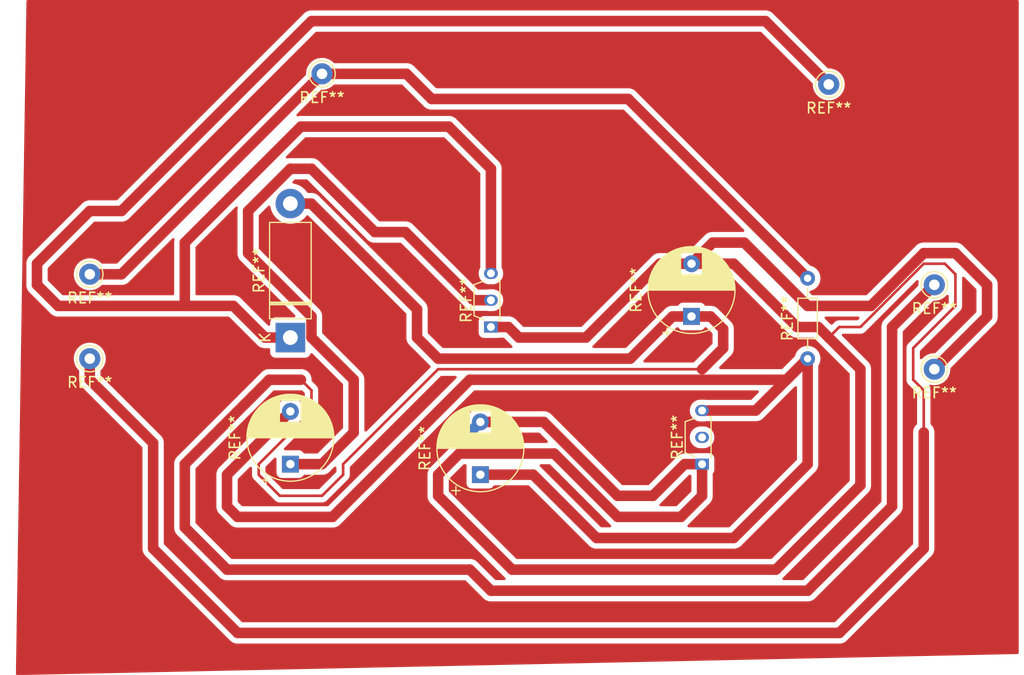
<source format=kicad_pcb>
(kicad_pcb (version 20171130) (host pcbnew "(5.1.4)-1")

  (general
    (thickness 1.6)
    (drawings 0)
    (tracks 134)
    (zones 0)
    (modules 13)
    (nets 3)
  )

  (page A4)
  (layers
    (0 F.Cu signal)
    (31 B.Cu signal)
    (32 B.Adhes user)
    (33 F.Adhes user)
    (34 B.Paste user)
    (35 F.Paste user)
    (36 B.SilkS user)
    (37 F.SilkS user)
    (38 B.Mask user)
    (39 F.Mask user)
    (40 Dwgs.User user)
    (41 Cmts.User user)
    (42 Eco1.User user)
    (43 Eco2.User user)
    (44 Edge.Cuts user)
    (45 Margin user)
    (46 B.CrtYd user)
    (47 F.CrtYd user)
    (48 B.Fab user)
    (49 F.Fab user)
  )

  (setup
    (last_trace_width 0.25)
    (user_trace_width 1)
    (trace_clearance 0.2)
    (zone_clearance 0.508)
    (zone_45_only no)
    (trace_min 0.2)
    (via_size 0.8)
    (via_drill 0.4)
    (via_min_size 0.4)
    (via_min_drill 0.3)
    (uvia_size 0.3)
    (uvia_drill 0.1)
    (uvias_allowed no)
    (uvia_min_size 0.2)
    (uvia_min_drill 0.1)
    (edge_width 0.05)
    (segment_width 0.2)
    (pcb_text_width 0.3)
    (pcb_text_size 1.5 1.5)
    (mod_edge_width 0.12)
    (mod_text_size 1 1)
    (mod_text_width 0.15)
    (pad_size 1.524 1.524)
    (pad_drill 0.762)
    (pad_to_mask_clearance 0.051)
    (solder_mask_min_width 0.25)
    (aux_axis_origin 0 0)
    (visible_elements FFFFFF7F)
    (pcbplotparams
      (layerselection 0x010fc_ffffffff)
      (usegerberextensions false)
      (usegerberattributes false)
      (usegerberadvancedattributes false)
      (creategerberjobfile false)
      (excludeedgelayer true)
      (linewidth 0.100000)
      (plotframeref false)
      (viasonmask false)
      (mode 1)
      (useauxorigin false)
      (hpglpennumber 1)
      (hpglpenspeed 20)
      (hpglpendiameter 15.000000)
      (psnegative false)
      (psa4output false)
      (plotreference true)
      (plotvalue true)
      (plotinvisibletext false)
      (padsonsilk false)
      (subtractmaskfromsilk false)
      (outputformat 1)
      (mirror false)
      (drillshape 1)
      (scaleselection 1)
      (outputdirectory ""))
  )

  (net 0 "")
  (net 1 GND)
  (net 2 Earth)

  (net_class Default "Esta es la clase de red por defecto."
    (clearance 0.2)
    (trace_width 0.25)
    (via_dia 0.8)
    (via_drill 0.4)
    (uvia_dia 0.3)
    (uvia_drill 0.1)
  )

  (module Resistor_THT:R_Axial_DIN0204_L3.6mm_D1.6mm_P7.62mm_Horizontal (layer F.Cu) (tedit 5AE5139B) (tstamp 5DC01FFF)
    (at 182 68 90)
    (descr "Resistor, Axial_DIN0204 series, Axial, Horizontal, pin pitch=7.62mm, 0.167W, length*diameter=3.6*1.6mm^2, http://cdn-reichelt.de/documents/datenblatt/B400/1_4W%23YAG.pdf")
    (tags "Resistor Axial_DIN0204 series Axial Horizontal pin pitch 7.62mm 0.167W length 3.6mm diameter 1.6mm")
    (fp_text reference REF** (at 3.81 -1.92 90) (layer F.SilkS)
      (effects (font (size 1 1) (thickness 0.15)))
    )
    (fp_text value R_Axial_DIN0204_L3.6mm_D1.6mm_P7.62mm_Horizontal (at 3.81 1.92 90) (layer F.Fab)
      (effects (font (size 1 1) (thickness 0.15)))
    )
    (fp_text user %R (at 3.81 0 90) (layer F.Fab)
      (effects (font (size 0.72 0.72) (thickness 0.108)))
    )
    (fp_line (start 8.57 -1.05) (end -0.95 -1.05) (layer F.CrtYd) (width 0.05))
    (fp_line (start 8.57 1.05) (end 8.57 -1.05) (layer F.CrtYd) (width 0.05))
    (fp_line (start -0.95 1.05) (end 8.57 1.05) (layer F.CrtYd) (width 0.05))
    (fp_line (start -0.95 -1.05) (end -0.95 1.05) (layer F.CrtYd) (width 0.05))
    (fp_line (start 6.68 0) (end 5.73 0) (layer F.SilkS) (width 0.12))
    (fp_line (start 0.94 0) (end 1.89 0) (layer F.SilkS) (width 0.12))
    (fp_line (start 5.73 -0.92) (end 1.89 -0.92) (layer F.SilkS) (width 0.12))
    (fp_line (start 5.73 0.92) (end 5.73 -0.92) (layer F.SilkS) (width 0.12))
    (fp_line (start 1.89 0.92) (end 5.73 0.92) (layer F.SilkS) (width 0.12))
    (fp_line (start 1.89 -0.92) (end 1.89 0.92) (layer F.SilkS) (width 0.12))
    (fp_line (start 7.62 0) (end 5.61 0) (layer F.Fab) (width 0.1))
    (fp_line (start 0 0) (end 2.01 0) (layer F.Fab) (width 0.1))
    (fp_line (start 5.61 -0.8) (end 2.01 -0.8) (layer F.Fab) (width 0.1))
    (fp_line (start 5.61 0.8) (end 5.61 -0.8) (layer F.Fab) (width 0.1))
    (fp_line (start 2.01 0.8) (end 5.61 0.8) (layer F.Fab) (width 0.1))
    (fp_line (start 2.01 -0.8) (end 2.01 0.8) (layer F.Fab) (width 0.1))
    (pad 2 thru_hole oval (at 7.62 0 90) (size 1.4 1.4) (drill 0.7) (layers *.Cu *.Mask))
    (pad 1 thru_hole circle (at 0 0 90) (size 1.4 1.4) (drill 0.7) (layers *.Cu *.Mask))
    (model ${KISYS3DMOD}/Resistor_THT.3dshapes/R_Axial_DIN0204_L3.6mm_D1.6mm_P7.62mm_Horizontal.wrl
      (at (xyz 0 0 0))
      (scale (xyz 1 1 1))
      (rotate (xyz 0 0 0))
    )
  )

  (module Connector_Pin:Pin_D1.0mm_L10.0mm (layer F.Cu) (tedit 5A1DC084) (tstamp 5DC01B0E)
    (at 184 42)
    (descr "solder Pin_ diameter 1.0mm, hole diameter 1.0mm (press fit), length 10.0mm")
    (tags "solder Pin_ press fit")
    (fp_text reference REF** (at 0 2.25) (layer F.SilkS)
      (effects (font (size 1 1) (thickness 0.15)))
    )
    (fp_text value Pin_D1.0mm_L10.0mm (at 0 -2.05) (layer F.Fab)
      (effects (font (size 1 1) (thickness 0.15)))
    )
    (fp_circle (center 0 0) (end 1.25 0.05) (layer F.SilkS) (width 0.12))
    (fp_circle (center 0 0) (end 1 0) (layer F.Fab) (width 0.12))
    (fp_circle (center 0 0) (end 0.5 0) (layer F.Fab) (width 0.12))
    (fp_circle (center 0 0) (end 1.5 0) (layer F.CrtYd) (width 0.05))
    (fp_text user %R (at 0 2.25) (layer F.Fab)
      (effects (font (size 1 1) (thickness 0.15)))
    )
    (pad 1 thru_hole circle (at 0 0) (size 2 2) (drill 1) (layers *.Cu *.Mask))
    (model ${KISYS3DMOD}/Connector_Pin.3dshapes/Pin_D1.0mm_L10.0mm.wrl
      (at (xyz 0 0 0))
      (scale (xyz 1 1 1))
      (rotate (xyz 0 0 0))
    )
  )

  (module Connector_Pin:Pin_D1.0mm_L10.0mm (layer F.Cu) (tedit 5A1DC084) (tstamp 5DC01AE9)
    (at 136 41)
    (descr "solder Pin_ diameter 1.0mm, hole diameter 1.0mm (press fit), length 10.0mm")
    (tags "solder Pin_ press fit")
    (fp_text reference REF** (at 0 2.25) (layer F.SilkS)
      (effects (font (size 1 1) (thickness 0.15)))
    )
    (fp_text value Pin_D1.0mm_L10.0mm (at 0 -2.05) (layer F.Fab)
      (effects (font (size 1 1) (thickness 0.15)))
    )
    (fp_circle (center 0 0) (end 1.25 0.05) (layer F.SilkS) (width 0.12))
    (fp_circle (center 0 0) (end 1 0) (layer F.Fab) (width 0.12))
    (fp_circle (center 0 0) (end 0.5 0) (layer F.Fab) (width 0.12))
    (fp_circle (center 0 0) (end 1.5 0) (layer F.CrtYd) (width 0.05))
    (fp_text user %R (at 0 2.25) (layer F.Fab)
      (effects (font (size 1 1) (thickness 0.15)))
    )
    (pad 1 thru_hole circle (at 0 0) (size 2 2) (drill 1) (layers *.Cu *.Mask))
    (model ${KISYS3DMOD}/Connector_Pin.3dshapes/Pin_D1.0mm_L10.0mm.wrl
      (at (xyz 0 0 0))
      (scale (xyz 1 1 1))
      (rotate (xyz 0 0 0))
    )
  )

  (module Connector_Pin:Pin_D1.0mm_L10.0mm (layer F.Cu) (tedit 5A1DC084) (tstamp 5DC01AAE)
    (at 194 69)
    (descr "solder Pin_ diameter 1.0mm, hole diameter 1.0mm (press fit), length 10.0mm")
    (tags "solder Pin_ press fit")
    (fp_text reference REF** (at 0 2.25) (layer F.SilkS)
      (effects (font (size 1 1) (thickness 0.15)))
    )
    (fp_text value Pin_D1.0mm_L10.0mm (at 0 -2.05) (layer F.Fab)
      (effects (font (size 1 1) (thickness 0.15)))
    )
    (fp_circle (center 0 0) (end 1.25 0.05) (layer F.SilkS) (width 0.12))
    (fp_circle (center 0 0) (end 1 0) (layer F.Fab) (width 0.12))
    (fp_circle (center 0 0) (end 0.5 0) (layer F.Fab) (width 0.12))
    (fp_circle (center 0 0) (end 1.5 0) (layer F.CrtYd) (width 0.05))
    (fp_text user %R (at 0 2.25) (layer F.Fab)
      (effects (font (size 1 1) (thickness 0.15)))
    )
    (pad 1 thru_hole circle (at 0 0) (size 2 2) (drill 1) (layers *.Cu *.Mask))
    (model ${KISYS3DMOD}/Connector_Pin.3dshapes/Pin_D1.0mm_L10.0mm.wrl
      (at (xyz 0 0 0))
      (scale (xyz 1 1 1))
      (rotate (xyz 0 0 0))
    )
  )

  (module Connector_Pin:Pin_D1.0mm_L10.0mm (layer F.Cu) (tedit 5A1DC084) (tstamp 5DC01A89)
    (at 194 61)
    (descr "solder Pin_ diameter 1.0mm, hole diameter 1.0mm (press fit), length 10.0mm")
    (tags "solder Pin_ press fit")
    (fp_text reference REF** (at 0 2.25) (layer F.SilkS)
      (effects (font (size 1 1) (thickness 0.15)))
    )
    (fp_text value Pin_D1.0mm_L10.0mm (at 0 -2.05) (layer F.Fab)
      (effects (font (size 1 1) (thickness 0.15)))
    )
    (fp_circle (center 0 0) (end 1.25 0.05) (layer F.SilkS) (width 0.12))
    (fp_circle (center 0 0) (end 1 0) (layer F.Fab) (width 0.12))
    (fp_circle (center 0 0) (end 0.5 0) (layer F.Fab) (width 0.12))
    (fp_circle (center 0 0) (end 1.5 0) (layer F.CrtYd) (width 0.05))
    (fp_text user %R (at 0 2.25) (layer F.Fab)
      (effects (font (size 1 1) (thickness 0.15)))
    )
    (pad 1 thru_hole circle (at 0 0) (size 2 2) (drill 1) (layers *.Cu *.Mask))
    (model ${KISYS3DMOD}/Connector_Pin.3dshapes/Pin_D1.0mm_L10.0mm.wrl
      (at (xyz 0 0 0))
      (scale (xyz 1 1 1))
      (rotate (xyz 0 0 0))
    )
  )

  (module Connector_Pin:Pin_D1.0mm_L10.0mm (layer F.Cu) (tedit 5A1DC084) (tstamp 5DC01A64)
    (at 114 68)
    (descr "solder Pin_ diameter 1.0mm, hole diameter 1.0mm (press fit), length 10.0mm")
    (tags "solder Pin_ press fit")
    (fp_text reference REF** (at 0 2.25) (layer F.SilkS)
      (effects (font (size 1 1) (thickness 0.15)))
    )
    (fp_text value Pin_D1.0mm_L10.0mm (at 0 -2.05) (layer F.Fab)
      (effects (font (size 1 1) (thickness 0.15)))
    )
    (fp_circle (center 0 0) (end 1.25 0.05) (layer F.SilkS) (width 0.12))
    (fp_circle (center 0 0) (end 1 0) (layer F.Fab) (width 0.12))
    (fp_circle (center 0 0) (end 0.5 0) (layer F.Fab) (width 0.12))
    (fp_circle (center 0 0) (end 1.5 0) (layer F.CrtYd) (width 0.05))
    (fp_text user %R (at 0 2.25) (layer F.Fab)
      (effects (font (size 1 1) (thickness 0.15)))
    )
    (pad 1 thru_hole circle (at 0 0) (size 2 2) (drill 1) (layers *.Cu *.Mask))
    (model ${KISYS3DMOD}/Connector_Pin.3dshapes/Pin_D1.0mm_L10.0mm.wrl
      (at (xyz 0 0 0))
      (scale (xyz 1 1 1))
      (rotate (xyz 0 0 0))
    )
  )

  (module Connector_Pin:Pin_D1.0mm_L10.0mm (layer F.Cu) (tedit 5A1DC084) (tstamp 5DC01A3F)
    (at 114 60)
    (descr "solder Pin_ diameter 1.0mm, hole diameter 1.0mm (press fit), length 10.0mm")
    (tags "solder Pin_ press fit")
    (fp_text reference REF** (at 0 2.25) (layer F.SilkS)
      (effects (font (size 1 1) (thickness 0.15)))
    )
    (fp_text value Pin_D1.0mm_L10.0mm (at 0 -2.05) (layer F.Fab)
      (effects (font (size 1 1) (thickness 0.15)))
    )
    (fp_circle (center 0 0) (end 1.25 0.05) (layer F.SilkS) (width 0.12))
    (fp_circle (center 0 0) (end 1 0) (layer F.Fab) (width 0.12))
    (fp_circle (center 0 0) (end 0.5 0) (layer F.Fab) (width 0.12))
    (fp_circle (center 0 0) (end 1.5 0) (layer F.CrtYd) (width 0.05))
    (fp_text user %R (at 0 2.25) (layer F.Fab)
      (effects (font (size 1 1) (thickness 0.15)))
    )
    (pad 1 thru_hole circle (at 0 0) (size 2 2) (drill 1) (layers *.Cu *.Mask))
    (model ${KISYS3DMOD}/Connector_Pin.3dshapes/Pin_D1.0mm_L10.0mm.wrl
      (at (xyz 0 0 0))
      (scale (xyz 1 1 1))
      (rotate (xyz 0 0 0))
    )
  )

  (module Package_TO_SOT_THT:TO-92S_Wide (layer F.Cu) (tedit 5A279587) (tstamp 5DC01694)
    (at 172 78 90)
    (descr "TO-92S_Wide package, drill 0.75mm (https://www.diodes.com/assets/Package-Files/TO92S%20(Type%20B).pdf)")
    (tags "TO-92S_Wide transistor")
    (fp_text reference REF** (at 2.54 -2.35 90) (layer F.SilkS)
      (effects (font (size 1 1) (thickness 0.15)))
    )
    (fp_text value TO-92S_Wide (at 2.42 1.8 90) (layer F.Fab)
      (effects (font (size 1 1) (thickness 0.15)))
    )
    (fp_line (start 0.67 0.75) (end 4.42 0.75) (layer F.Fab) (width 0.12))
    (fp_line (start 4.42 0.75) (end 4.57 0) (layer F.Fab) (width 0.12))
    (fp_line (start 4.57 0) (end 3.97 -1.55) (layer F.Fab) (width 0.12))
    (fp_line (start 0.67 0.75) (end 0.52 0) (layer F.Fab) (width 0.12))
    (fp_line (start 0.52 0) (end 1.12 -1.55) (layer F.Fab) (width 0.12))
    (fp_line (start 1.12 -1.55) (end 3.97 -1.55) (layer F.Fab) (width 0.12))
    (fp_line (start 0.62 0.85) (end 4.47 0.85) (layer F.SilkS) (width 0.12))
    (fp_line (start 4.47 0.85) (end 4.5 0.7) (layer F.SilkS) (width 0.12))
    (fp_line (start 4.35 -0.7) (end 4.02 -1.6) (layer F.SilkS) (width 0.12))
    (fp_line (start 4.02 -1.6) (end 1.07 -1.6) (layer F.SilkS) (width 0.12))
    (fp_line (start 1.07 -1.6) (end 0.7 -0.7) (layer F.SilkS) (width 0.12))
    (fp_line (start 0.52 1) (end 4.57 1) (layer F.CrtYd) (width 0.05))
    (fp_line (start 4.57 1) (end 4.65 0.85) (layer F.CrtYd) (width 0.05))
    (fp_line (start 4.5 -0.85) (end 4.12 -1.8) (layer F.CrtYd) (width 0.05))
    (fp_line (start 4.12 -1.8) (end 0.97 -1.8) (layer F.CrtYd) (width 0.05))
    (fp_line (start 4.5 -0.85) (end 5.85 -0.85) (layer F.CrtYd) (width 0.05))
    (fp_line (start 5.85 -0.85) (end 5.85 0.85) (layer F.CrtYd) (width 0.05))
    (fp_line (start 5.85 0.85) (end 4.65 0.85) (layer F.CrtYd) (width 0.05))
    (fp_line (start 0.51 1) (end 0.43 0.85) (layer B.CrtYd) (width 0.05))
    (fp_line (start 0.58 -0.85) (end 0.96 -1.8) (layer B.CrtYd) (width 0.05))
    (fp_line (start 0.58 -0.85) (end -0.7 -0.85) (layer B.CrtYd) (width 0.05))
    (fp_line (start -0.7 -0.85) (end -0.7 0.85) (layer B.CrtYd) (width 0.05))
    (fp_line (start -0.7 0.85) (end 0.43 0.85) (layer B.CrtYd) (width 0.05))
    (fp_text user %R (at 2.54 -2.35 90) (layer F.Fab)
      (effects (font (size 1 1) (thickness 0.15)))
    )
    (pad 1 thru_hole rect (at 0 0 270) (size 1.05 1.3) (drill 0.75) (layers *.Cu *.Mask))
    (pad 3 thru_hole oval (at 5.08 0 270) (size 1.05 1.3) (drill 0.75) (layers *.Cu *.Mask))
    (pad 2 thru_hole oval (at 2.54 0 270) (size 1.05 1.3) (drill 0.75) (layers *.Cu *.Mask))
    (model ${KISYS3DMOD}/Package_TO_SOT_THT.3dshapes/TO-92S_Wide.wrl
      (at (xyz 0 0 0))
      (scale (xyz 1 1 1))
      (rotate (xyz 0 0 0))
    )
  )

  (module Capacitor_THT:CP_Radial_D8.0mm_P5.00mm (layer F.Cu) (tedit 5AE50EF0) (tstamp 5DC011F5)
    (at 171 64 90)
    (descr "CP, Radial series, Radial, pin pitch=5.00mm, , diameter=8mm, Electrolytic Capacitor")
    (tags "CP Radial series Radial pin pitch 5.00mm  diameter 8mm Electrolytic Capacitor")
    (fp_text reference REF** (at 2.5 -5.25 90) (layer F.SilkS)
      (effects (font (size 1 1) (thickness 0.15)))
    )
    (fp_text value CP_Radial_D8.0mm_P5.00mm (at 2.5 5.25 90) (layer F.Fab)
      (effects (font (size 1 1) (thickness 0.15)))
    )
    (fp_text user %R (at 2.5 0 90) (layer F.Fab)
      (effects (font (size 1 1) (thickness 0.15)))
    )
    (fp_line (start -1.509698 -2.715) (end -1.509698 -1.915) (layer F.SilkS) (width 0.12))
    (fp_line (start -1.909698 -2.315) (end -1.109698 -2.315) (layer F.SilkS) (width 0.12))
    (fp_line (start 6.581 -0.533) (end 6.581 0.533) (layer F.SilkS) (width 0.12))
    (fp_line (start 6.541 -0.768) (end 6.541 0.768) (layer F.SilkS) (width 0.12))
    (fp_line (start 6.501 -0.948) (end 6.501 0.948) (layer F.SilkS) (width 0.12))
    (fp_line (start 6.461 -1.098) (end 6.461 1.098) (layer F.SilkS) (width 0.12))
    (fp_line (start 6.421 -1.229) (end 6.421 1.229) (layer F.SilkS) (width 0.12))
    (fp_line (start 6.381 -1.346) (end 6.381 1.346) (layer F.SilkS) (width 0.12))
    (fp_line (start 6.341 -1.453) (end 6.341 1.453) (layer F.SilkS) (width 0.12))
    (fp_line (start 6.301 -1.552) (end 6.301 1.552) (layer F.SilkS) (width 0.12))
    (fp_line (start 6.261 -1.645) (end 6.261 1.645) (layer F.SilkS) (width 0.12))
    (fp_line (start 6.221 -1.731) (end 6.221 1.731) (layer F.SilkS) (width 0.12))
    (fp_line (start 6.181 -1.813) (end 6.181 1.813) (layer F.SilkS) (width 0.12))
    (fp_line (start 6.141 -1.89) (end 6.141 1.89) (layer F.SilkS) (width 0.12))
    (fp_line (start 6.101 -1.964) (end 6.101 1.964) (layer F.SilkS) (width 0.12))
    (fp_line (start 6.061 -2.034) (end 6.061 2.034) (layer F.SilkS) (width 0.12))
    (fp_line (start 6.021 1.04) (end 6.021 2.102) (layer F.SilkS) (width 0.12))
    (fp_line (start 6.021 -2.102) (end 6.021 -1.04) (layer F.SilkS) (width 0.12))
    (fp_line (start 5.981 1.04) (end 5.981 2.166) (layer F.SilkS) (width 0.12))
    (fp_line (start 5.981 -2.166) (end 5.981 -1.04) (layer F.SilkS) (width 0.12))
    (fp_line (start 5.941 1.04) (end 5.941 2.228) (layer F.SilkS) (width 0.12))
    (fp_line (start 5.941 -2.228) (end 5.941 -1.04) (layer F.SilkS) (width 0.12))
    (fp_line (start 5.901 1.04) (end 5.901 2.287) (layer F.SilkS) (width 0.12))
    (fp_line (start 5.901 -2.287) (end 5.901 -1.04) (layer F.SilkS) (width 0.12))
    (fp_line (start 5.861 1.04) (end 5.861 2.345) (layer F.SilkS) (width 0.12))
    (fp_line (start 5.861 -2.345) (end 5.861 -1.04) (layer F.SilkS) (width 0.12))
    (fp_line (start 5.821 1.04) (end 5.821 2.4) (layer F.SilkS) (width 0.12))
    (fp_line (start 5.821 -2.4) (end 5.821 -1.04) (layer F.SilkS) (width 0.12))
    (fp_line (start 5.781 1.04) (end 5.781 2.454) (layer F.SilkS) (width 0.12))
    (fp_line (start 5.781 -2.454) (end 5.781 -1.04) (layer F.SilkS) (width 0.12))
    (fp_line (start 5.741 1.04) (end 5.741 2.505) (layer F.SilkS) (width 0.12))
    (fp_line (start 5.741 -2.505) (end 5.741 -1.04) (layer F.SilkS) (width 0.12))
    (fp_line (start 5.701 1.04) (end 5.701 2.556) (layer F.SilkS) (width 0.12))
    (fp_line (start 5.701 -2.556) (end 5.701 -1.04) (layer F.SilkS) (width 0.12))
    (fp_line (start 5.661 1.04) (end 5.661 2.604) (layer F.SilkS) (width 0.12))
    (fp_line (start 5.661 -2.604) (end 5.661 -1.04) (layer F.SilkS) (width 0.12))
    (fp_line (start 5.621 1.04) (end 5.621 2.651) (layer F.SilkS) (width 0.12))
    (fp_line (start 5.621 -2.651) (end 5.621 -1.04) (layer F.SilkS) (width 0.12))
    (fp_line (start 5.581 1.04) (end 5.581 2.697) (layer F.SilkS) (width 0.12))
    (fp_line (start 5.581 -2.697) (end 5.581 -1.04) (layer F.SilkS) (width 0.12))
    (fp_line (start 5.541 1.04) (end 5.541 2.741) (layer F.SilkS) (width 0.12))
    (fp_line (start 5.541 -2.741) (end 5.541 -1.04) (layer F.SilkS) (width 0.12))
    (fp_line (start 5.501 1.04) (end 5.501 2.784) (layer F.SilkS) (width 0.12))
    (fp_line (start 5.501 -2.784) (end 5.501 -1.04) (layer F.SilkS) (width 0.12))
    (fp_line (start 5.461 1.04) (end 5.461 2.826) (layer F.SilkS) (width 0.12))
    (fp_line (start 5.461 -2.826) (end 5.461 -1.04) (layer F.SilkS) (width 0.12))
    (fp_line (start 5.421 1.04) (end 5.421 2.867) (layer F.SilkS) (width 0.12))
    (fp_line (start 5.421 -2.867) (end 5.421 -1.04) (layer F.SilkS) (width 0.12))
    (fp_line (start 5.381 1.04) (end 5.381 2.907) (layer F.SilkS) (width 0.12))
    (fp_line (start 5.381 -2.907) (end 5.381 -1.04) (layer F.SilkS) (width 0.12))
    (fp_line (start 5.341 1.04) (end 5.341 2.945) (layer F.SilkS) (width 0.12))
    (fp_line (start 5.341 -2.945) (end 5.341 -1.04) (layer F.SilkS) (width 0.12))
    (fp_line (start 5.301 1.04) (end 5.301 2.983) (layer F.SilkS) (width 0.12))
    (fp_line (start 5.301 -2.983) (end 5.301 -1.04) (layer F.SilkS) (width 0.12))
    (fp_line (start 5.261 1.04) (end 5.261 3.019) (layer F.SilkS) (width 0.12))
    (fp_line (start 5.261 -3.019) (end 5.261 -1.04) (layer F.SilkS) (width 0.12))
    (fp_line (start 5.221 1.04) (end 5.221 3.055) (layer F.SilkS) (width 0.12))
    (fp_line (start 5.221 -3.055) (end 5.221 -1.04) (layer F.SilkS) (width 0.12))
    (fp_line (start 5.181 1.04) (end 5.181 3.09) (layer F.SilkS) (width 0.12))
    (fp_line (start 5.181 -3.09) (end 5.181 -1.04) (layer F.SilkS) (width 0.12))
    (fp_line (start 5.141 1.04) (end 5.141 3.124) (layer F.SilkS) (width 0.12))
    (fp_line (start 5.141 -3.124) (end 5.141 -1.04) (layer F.SilkS) (width 0.12))
    (fp_line (start 5.101 1.04) (end 5.101 3.156) (layer F.SilkS) (width 0.12))
    (fp_line (start 5.101 -3.156) (end 5.101 -1.04) (layer F.SilkS) (width 0.12))
    (fp_line (start 5.061 1.04) (end 5.061 3.189) (layer F.SilkS) (width 0.12))
    (fp_line (start 5.061 -3.189) (end 5.061 -1.04) (layer F.SilkS) (width 0.12))
    (fp_line (start 5.021 1.04) (end 5.021 3.22) (layer F.SilkS) (width 0.12))
    (fp_line (start 5.021 -3.22) (end 5.021 -1.04) (layer F.SilkS) (width 0.12))
    (fp_line (start 4.981 1.04) (end 4.981 3.25) (layer F.SilkS) (width 0.12))
    (fp_line (start 4.981 -3.25) (end 4.981 -1.04) (layer F.SilkS) (width 0.12))
    (fp_line (start 4.941 1.04) (end 4.941 3.28) (layer F.SilkS) (width 0.12))
    (fp_line (start 4.941 -3.28) (end 4.941 -1.04) (layer F.SilkS) (width 0.12))
    (fp_line (start 4.901 1.04) (end 4.901 3.309) (layer F.SilkS) (width 0.12))
    (fp_line (start 4.901 -3.309) (end 4.901 -1.04) (layer F.SilkS) (width 0.12))
    (fp_line (start 4.861 1.04) (end 4.861 3.338) (layer F.SilkS) (width 0.12))
    (fp_line (start 4.861 -3.338) (end 4.861 -1.04) (layer F.SilkS) (width 0.12))
    (fp_line (start 4.821 1.04) (end 4.821 3.365) (layer F.SilkS) (width 0.12))
    (fp_line (start 4.821 -3.365) (end 4.821 -1.04) (layer F.SilkS) (width 0.12))
    (fp_line (start 4.781 1.04) (end 4.781 3.392) (layer F.SilkS) (width 0.12))
    (fp_line (start 4.781 -3.392) (end 4.781 -1.04) (layer F.SilkS) (width 0.12))
    (fp_line (start 4.741 1.04) (end 4.741 3.418) (layer F.SilkS) (width 0.12))
    (fp_line (start 4.741 -3.418) (end 4.741 -1.04) (layer F.SilkS) (width 0.12))
    (fp_line (start 4.701 1.04) (end 4.701 3.444) (layer F.SilkS) (width 0.12))
    (fp_line (start 4.701 -3.444) (end 4.701 -1.04) (layer F.SilkS) (width 0.12))
    (fp_line (start 4.661 1.04) (end 4.661 3.469) (layer F.SilkS) (width 0.12))
    (fp_line (start 4.661 -3.469) (end 4.661 -1.04) (layer F.SilkS) (width 0.12))
    (fp_line (start 4.621 1.04) (end 4.621 3.493) (layer F.SilkS) (width 0.12))
    (fp_line (start 4.621 -3.493) (end 4.621 -1.04) (layer F.SilkS) (width 0.12))
    (fp_line (start 4.581 1.04) (end 4.581 3.517) (layer F.SilkS) (width 0.12))
    (fp_line (start 4.581 -3.517) (end 4.581 -1.04) (layer F.SilkS) (width 0.12))
    (fp_line (start 4.541 1.04) (end 4.541 3.54) (layer F.SilkS) (width 0.12))
    (fp_line (start 4.541 -3.54) (end 4.541 -1.04) (layer F.SilkS) (width 0.12))
    (fp_line (start 4.501 1.04) (end 4.501 3.562) (layer F.SilkS) (width 0.12))
    (fp_line (start 4.501 -3.562) (end 4.501 -1.04) (layer F.SilkS) (width 0.12))
    (fp_line (start 4.461 1.04) (end 4.461 3.584) (layer F.SilkS) (width 0.12))
    (fp_line (start 4.461 -3.584) (end 4.461 -1.04) (layer F.SilkS) (width 0.12))
    (fp_line (start 4.421 1.04) (end 4.421 3.606) (layer F.SilkS) (width 0.12))
    (fp_line (start 4.421 -3.606) (end 4.421 -1.04) (layer F.SilkS) (width 0.12))
    (fp_line (start 4.381 1.04) (end 4.381 3.627) (layer F.SilkS) (width 0.12))
    (fp_line (start 4.381 -3.627) (end 4.381 -1.04) (layer F.SilkS) (width 0.12))
    (fp_line (start 4.341 1.04) (end 4.341 3.647) (layer F.SilkS) (width 0.12))
    (fp_line (start 4.341 -3.647) (end 4.341 -1.04) (layer F.SilkS) (width 0.12))
    (fp_line (start 4.301 1.04) (end 4.301 3.666) (layer F.SilkS) (width 0.12))
    (fp_line (start 4.301 -3.666) (end 4.301 -1.04) (layer F.SilkS) (width 0.12))
    (fp_line (start 4.261 1.04) (end 4.261 3.686) (layer F.SilkS) (width 0.12))
    (fp_line (start 4.261 -3.686) (end 4.261 -1.04) (layer F.SilkS) (width 0.12))
    (fp_line (start 4.221 1.04) (end 4.221 3.704) (layer F.SilkS) (width 0.12))
    (fp_line (start 4.221 -3.704) (end 4.221 -1.04) (layer F.SilkS) (width 0.12))
    (fp_line (start 4.181 1.04) (end 4.181 3.722) (layer F.SilkS) (width 0.12))
    (fp_line (start 4.181 -3.722) (end 4.181 -1.04) (layer F.SilkS) (width 0.12))
    (fp_line (start 4.141 1.04) (end 4.141 3.74) (layer F.SilkS) (width 0.12))
    (fp_line (start 4.141 -3.74) (end 4.141 -1.04) (layer F.SilkS) (width 0.12))
    (fp_line (start 4.101 1.04) (end 4.101 3.757) (layer F.SilkS) (width 0.12))
    (fp_line (start 4.101 -3.757) (end 4.101 -1.04) (layer F.SilkS) (width 0.12))
    (fp_line (start 4.061 1.04) (end 4.061 3.774) (layer F.SilkS) (width 0.12))
    (fp_line (start 4.061 -3.774) (end 4.061 -1.04) (layer F.SilkS) (width 0.12))
    (fp_line (start 4.021 1.04) (end 4.021 3.79) (layer F.SilkS) (width 0.12))
    (fp_line (start 4.021 -3.79) (end 4.021 -1.04) (layer F.SilkS) (width 0.12))
    (fp_line (start 3.981 1.04) (end 3.981 3.805) (layer F.SilkS) (width 0.12))
    (fp_line (start 3.981 -3.805) (end 3.981 -1.04) (layer F.SilkS) (width 0.12))
    (fp_line (start 3.941 -3.821) (end 3.941 3.821) (layer F.SilkS) (width 0.12))
    (fp_line (start 3.901 -3.835) (end 3.901 3.835) (layer F.SilkS) (width 0.12))
    (fp_line (start 3.861 -3.85) (end 3.861 3.85) (layer F.SilkS) (width 0.12))
    (fp_line (start 3.821 -3.863) (end 3.821 3.863) (layer F.SilkS) (width 0.12))
    (fp_line (start 3.781 -3.877) (end 3.781 3.877) (layer F.SilkS) (width 0.12))
    (fp_line (start 3.741 -3.889) (end 3.741 3.889) (layer F.SilkS) (width 0.12))
    (fp_line (start 3.701 -3.902) (end 3.701 3.902) (layer F.SilkS) (width 0.12))
    (fp_line (start 3.661 -3.914) (end 3.661 3.914) (layer F.SilkS) (width 0.12))
    (fp_line (start 3.621 -3.925) (end 3.621 3.925) (layer F.SilkS) (width 0.12))
    (fp_line (start 3.581 -3.936) (end 3.581 3.936) (layer F.SilkS) (width 0.12))
    (fp_line (start 3.541 -3.947) (end 3.541 3.947) (layer F.SilkS) (width 0.12))
    (fp_line (start 3.501 -3.957) (end 3.501 3.957) (layer F.SilkS) (width 0.12))
    (fp_line (start 3.461 -3.967) (end 3.461 3.967) (layer F.SilkS) (width 0.12))
    (fp_line (start 3.421 -3.976) (end 3.421 3.976) (layer F.SilkS) (width 0.12))
    (fp_line (start 3.381 -3.985) (end 3.381 3.985) (layer F.SilkS) (width 0.12))
    (fp_line (start 3.341 -3.994) (end 3.341 3.994) (layer F.SilkS) (width 0.12))
    (fp_line (start 3.301 -4.002) (end 3.301 4.002) (layer F.SilkS) (width 0.12))
    (fp_line (start 3.261 -4.01) (end 3.261 4.01) (layer F.SilkS) (width 0.12))
    (fp_line (start 3.221 -4.017) (end 3.221 4.017) (layer F.SilkS) (width 0.12))
    (fp_line (start 3.18 -4.024) (end 3.18 4.024) (layer F.SilkS) (width 0.12))
    (fp_line (start 3.14 -4.03) (end 3.14 4.03) (layer F.SilkS) (width 0.12))
    (fp_line (start 3.1 -4.037) (end 3.1 4.037) (layer F.SilkS) (width 0.12))
    (fp_line (start 3.06 -4.042) (end 3.06 4.042) (layer F.SilkS) (width 0.12))
    (fp_line (start 3.02 -4.048) (end 3.02 4.048) (layer F.SilkS) (width 0.12))
    (fp_line (start 2.98 -4.052) (end 2.98 4.052) (layer F.SilkS) (width 0.12))
    (fp_line (start 2.94 -4.057) (end 2.94 4.057) (layer F.SilkS) (width 0.12))
    (fp_line (start 2.9 -4.061) (end 2.9 4.061) (layer F.SilkS) (width 0.12))
    (fp_line (start 2.86 -4.065) (end 2.86 4.065) (layer F.SilkS) (width 0.12))
    (fp_line (start 2.82 -4.068) (end 2.82 4.068) (layer F.SilkS) (width 0.12))
    (fp_line (start 2.78 -4.071) (end 2.78 4.071) (layer F.SilkS) (width 0.12))
    (fp_line (start 2.74 -4.074) (end 2.74 4.074) (layer F.SilkS) (width 0.12))
    (fp_line (start 2.7 -4.076) (end 2.7 4.076) (layer F.SilkS) (width 0.12))
    (fp_line (start 2.66 -4.077) (end 2.66 4.077) (layer F.SilkS) (width 0.12))
    (fp_line (start 2.62 -4.079) (end 2.62 4.079) (layer F.SilkS) (width 0.12))
    (fp_line (start 2.58 -4.08) (end 2.58 4.08) (layer F.SilkS) (width 0.12))
    (fp_line (start 2.54 -4.08) (end 2.54 4.08) (layer F.SilkS) (width 0.12))
    (fp_line (start 2.5 -4.08) (end 2.5 4.08) (layer F.SilkS) (width 0.12))
    (fp_line (start -0.526759 -2.1475) (end -0.526759 -1.3475) (layer F.Fab) (width 0.1))
    (fp_line (start -0.926759 -1.7475) (end -0.126759 -1.7475) (layer F.Fab) (width 0.1))
    (fp_circle (center 2.5 0) (end 6.75 0) (layer F.CrtYd) (width 0.05))
    (fp_circle (center 2.5 0) (end 6.62 0) (layer F.SilkS) (width 0.12))
    (fp_circle (center 2.5 0) (end 6.5 0) (layer F.Fab) (width 0.1))
    (pad 2 thru_hole circle (at 5 0 90) (size 1.6 1.6) (drill 0.8) (layers *.Cu *.Mask))
    (pad 1 thru_hole rect (at 0 0 90) (size 1.6 1.6) (drill 0.8) (layers *.Cu *.Mask))
    (model ${KISYS3DMOD}/Capacitor_THT.3dshapes/CP_Radial_D8.0mm_P5.00mm.wrl
      (at (xyz 0 0 0))
      (scale (xyz 1 1 1))
      (rotate (xyz 0 0 0))
    )
  )

  (module Package_TO_SOT_THT:TO-92S_Wide (layer F.Cu) (tedit 5A279587) (tstamp 5DC00F6C)
    (at 152 65 90)
    (descr "TO-92S_Wide package, drill 0.75mm (https://www.diodes.com/assets/Package-Files/TO92S%20(Type%20B).pdf)")
    (tags "TO-92S_Wide transistor")
    (fp_text reference REF** (at 2.54 -2.35 90) (layer F.SilkS)
      (effects (font (size 1 1) (thickness 0.15)))
    )
    (fp_text value TO-92S_Wide (at 2.42 1.8 90) (layer F.Fab)
      (effects (font (size 1 1) (thickness 0.15)))
    )
    (fp_line (start 0.67 0.75) (end 4.42 0.75) (layer F.Fab) (width 0.12))
    (fp_line (start 4.42 0.75) (end 4.57 0) (layer F.Fab) (width 0.12))
    (fp_line (start 4.57 0) (end 3.97 -1.55) (layer F.Fab) (width 0.12))
    (fp_line (start 0.67 0.75) (end 0.52 0) (layer F.Fab) (width 0.12))
    (fp_line (start 0.52 0) (end 1.12 -1.55) (layer F.Fab) (width 0.12))
    (fp_line (start 1.12 -1.55) (end 3.97 -1.55) (layer F.Fab) (width 0.12))
    (fp_line (start 0.62 0.85) (end 4.47 0.85) (layer F.SilkS) (width 0.12))
    (fp_line (start 4.47 0.85) (end 4.5 0.7) (layer F.SilkS) (width 0.12))
    (fp_line (start 4.35 -0.7) (end 4.02 -1.6) (layer F.SilkS) (width 0.12))
    (fp_line (start 4.02 -1.6) (end 1.07 -1.6) (layer F.SilkS) (width 0.12))
    (fp_line (start 1.07 -1.6) (end 0.7 -0.7) (layer F.SilkS) (width 0.12))
    (fp_line (start 0.52 1) (end 4.57 1) (layer F.CrtYd) (width 0.05))
    (fp_line (start 4.57 1) (end 4.65 0.85) (layer F.CrtYd) (width 0.05))
    (fp_line (start 4.5 -0.85) (end 4.12 -1.8) (layer F.CrtYd) (width 0.05))
    (fp_line (start 4.12 -1.8) (end 0.97 -1.8) (layer F.CrtYd) (width 0.05))
    (fp_line (start 4.5 -0.85) (end 5.85 -0.85) (layer F.CrtYd) (width 0.05))
    (fp_line (start 5.85 -0.85) (end 5.85 0.85) (layer F.CrtYd) (width 0.05))
    (fp_line (start 5.85 0.85) (end 4.65 0.85) (layer F.CrtYd) (width 0.05))
    (fp_line (start 0.51 1) (end 0.43 0.85) (layer B.CrtYd) (width 0.05))
    (fp_line (start 0.58 -0.85) (end 0.96 -1.8) (layer B.CrtYd) (width 0.05))
    (fp_line (start 0.58 -0.85) (end -0.7 -0.85) (layer B.CrtYd) (width 0.05))
    (fp_line (start -0.7 -0.85) (end -0.7 0.85) (layer B.CrtYd) (width 0.05))
    (fp_line (start -0.7 0.85) (end 0.43 0.85) (layer B.CrtYd) (width 0.05))
    (fp_text user %R (at 2.54 -2.35 90) (layer F.Fab)
      (effects (font (size 1 1) (thickness 0.15)))
    )
    (pad 1 thru_hole rect (at 0 0 270) (size 1.05 1.3) (drill 0.75) (layers *.Cu *.Mask))
    (pad 3 thru_hole oval (at 5.08 0 270) (size 1.05 1.3) (drill 0.75) (layers *.Cu *.Mask))
    (pad 2 thru_hole oval (at 2.54 0 270) (size 1.05 1.3) (drill 0.75) (layers *.Cu *.Mask))
    (model ${KISYS3DMOD}/Package_TO_SOT_THT.3dshapes/TO-92S_Wide.wrl
      (at (xyz 0 0 0))
      (scale (xyz 1 1 1))
      (rotate (xyz 0 0 0))
    )
  )

  (module Capacitor_THT:CP_Radial_D8.0mm_P5.00mm (layer F.Cu) (tedit 5AE50EF0) (tstamp 5DBFF2A7)
    (at 151 79 90)
    (descr "CP, Radial series, Radial, pin pitch=5.00mm, , diameter=8mm, Electrolytic Capacitor")
    (tags "CP Radial series Radial pin pitch 5.00mm  diameter 8mm Electrolytic Capacitor")
    (fp_text reference REF** (at 2.5 -5.25 90) (layer F.SilkS)
      (effects (font (size 1 1) (thickness 0.15)))
    )
    (fp_text value CP_Radial_D8.0mm_P5.00mm (at 2.5 5.25 90) (layer F.Fab)
      (effects (font (size 1 1) (thickness 0.15)))
    )
    (fp_text user %R (at 2.5 0 90) (layer F.Fab)
      (effects (font (size 1 1) (thickness 0.15)))
    )
    (fp_line (start -1.509698 -2.715) (end -1.509698 -1.915) (layer F.SilkS) (width 0.12))
    (fp_line (start -1.909698 -2.315) (end -1.109698 -2.315) (layer F.SilkS) (width 0.12))
    (fp_line (start 6.581 -0.533) (end 6.581 0.533) (layer F.SilkS) (width 0.12))
    (fp_line (start 6.541 -0.768) (end 6.541 0.768) (layer F.SilkS) (width 0.12))
    (fp_line (start 6.501 -0.948) (end 6.501 0.948) (layer F.SilkS) (width 0.12))
    (fp_line (start 6.461 -1.098) (end 6.461 1.098) (layer F.SilkS) (width 0.12))
    (fp_line (start 6.421 -1.229) (end 6.421 1.229) (layer F.SilkS) (width 0.12))
    (fp_line (start 6.381 -1.346) (end 6.381 1.346) (layer F.SilkS) (width 0.12))
    (fp_line (start 6.341 -1.453) (end 6.341 1.453) (layer F.SilkS) (width 0.12))
    (fp_line (start 6.301 -1.552) (end 6.301 1.552) (layer F.SilkS) (width 0.12))
    (fp_line (start 6.261 -1.645) (end 6.261 1.645) (layer F.SilkS) (width 0.12))
    (fp_line (start 6.221 -1.731) (end 6.221 1.731) (layer F.SilkS) (width 0.12))
    (fp_line (start 6.181 -1.813) (end 6.181 1.813) (layer F.SilkS) (width 0.12))
    (fp_line (start 6.141 -1.89) (end 6.141 1.89) (layer F.SilkS) (width 0.12))
    (fp_line (start 6.101 -1.964) (end 6.101 1.964) (layer F.SilkS) (width 0.12))
    (fp_line (start 6.061 -2.034) (end 6.061 2.034) (layer F.SilkS) (width 0.12))
    (fp_line (start 6.021 1.04) (end 6.021 2.102) (layer F.SilkS) (width 0.12))
    (fp_line (start 6.021 -2.102) (end 6.021 -1.04) (layer F.SilkS) (width 0.12))
    (fp_line (start 5.981 1.04) (end 5.981 2.166) (layer F.SilkS) (width 0.12))
    (fp_line (start 5.981 -2.166) (end 5.981 -1.04) (layer F.SilkS) (width 0.12))
    (fp_line (start 5.941 1.04) (end 5.941 2.228) (layer F.SilkS) (width 0.12))
    (fp_line (start 5.941 -2.228) (end 5.941 -1.04) (layer F.SilkS) (width 0.12))
    (fp_line (start 5.901 1.04) (end 5.901 2.287) (layer F.SilkS) (width 0.12))
    (fp_line (start 5.901 -2.287) (end 5.901 -1.04) (layer F.SilkS) (width 0.12))
    (fp_line (start 5.861 1.04) (end 5.861 2.345) (layer F.SilkS) (width 0.12))
    (fp_line (start 5.861 -2.345) (end 5.861 -1.04) (layer F.SilkS) (width 0.12))
    (fp_line (start 5.821 1.04) (end 5.821 2.4) (layer F.SilkS) (width 0.12))
    (fp_line (start 5.821 -2.4) (end 5.821 -1.04) (layer F.SilkS) (width 0.12))
    (fp_line (start 5.781 1.04) (end 5.781 2.454) (layer F.SilkS) (width 0.12))
    (fp_line (start 5.781 -2.454) (end 5.781 -1.04) (layer F.SilkS) (width 0.12))
    (fp_line (start 5.741 1.04) (end 5.741 2.505) (layer F.SilkS) (width 0.12))
    (fp_line (start 5.741 -2.505) (end 5.741 -1.04) (layer F.SilkS) (width 0.12))
    (fp_line (start 5.701 1.04) (end 5.701 2.556) (layer F.SilkS) (width 0.12))
    (fp_line (start 5.701 -2.556) (end 5.701 -1.04) (layer F.SilkS) (width 0.12))
    (fp_line (start 5.661 1.04) (end 5.661 2.604) (layer F.SilkS) (width 0.12))
    (fp_line (start 5.661 -2.604) (end 5.661 -1.04) (layer F.SilkS) (width 0.12))
    (fp_line (start 5.621 1.04) (end 5.621 2.651) (layer F.SilkS) (width 0.12))
    (fp_line (start 5.621 -2.651) (end 5.621 -1.04) (layer F.SilkS) (width 0.12))
    (fp_line (start 5.581 1.04) (end 5.581 2.697) (layer F.SilkS) (width 0.12))
    (fp_line (start 5.581 -2.697) (end 5.581 -1.04) (layer F.SilkS) (width 0.12))
    (fp_line (start 5.541 1.04) (end 5.541 2.741) (layer F.SilkS) (width 0.12))
    (fp_line (start 5.541 -2.741) (end 5.541 -1.04) (layer F.SilkS) (width 0.12))
    (fp_line (start 5.501 1.04) (end 5.501 2.784) (layer F.SilkS) (width 0.12))
    (fp_line (start 5.501 -2.784) (end 5.501 -1.04) (layer F.SilkS) (width 0.12))
    (fp_line (start 5.461 1.04) (end 5.461 2.826) (layer F.SilkS) (width 0.12))
    (fp_line (start 5.461 -2.826) (end 5.461 -1.04) (layer F.SilkS) (width 0.12))
    (fp_line (start 5.421 1.04) (end 5.421 2.867) (layer F.SilkS) (width 0.12))
    (fp_line (start 5.421 -2.867) (end 5.421 -1.04) (layer F.SilkS) (width 0.12))
    (fp_line (start 5.381 1.04) (end 5.381 2.907) (layer F.SilkS) (width 0.12))
    (fp_line (start 5.381 -2.907) (end 5.381 -1.04) (layer F.SilkS) (width 0.12))
    (fp_line (start 5.341 1.04) (end 5.341 2.945) (layer F.SilkS) (width 0.12))
    (fp_line (start 5.341 -2.945) (end 5.341 -1.04) (layer F.SilkS) (width 0.12))
    (fp_line (start 5.301 1.04) (end 5.301 2.983) (layer F.SilkS) (width 0.12))
    (fp_line (start 5.301 -2.983) (end 5.301 -1.04) (layer F.SilkS) (width 0.12))
    (fp_line (start 5.261 1.04) (end 5.261 3.019) (layer F.SilkS) (width 0.12))
    (fp_line (start 5.261 -3.019) (end 5.261 -1.04) (layer F.SilkS) (width 0.12))
    (fp_line (start 5.221 1.04) (end 5.221 3.055) (layer F.SilkS) (width 0.12))
    (fp_line (start 5.221 -3.055) (end 5.221 -1.04) (layer F.SilkS) (width 0.12))
    (fp_line (start 5.181 1.04) (end 5.181 3.09) (layer F.SilkS) (width 0.12))
    (fp_line (start 5.181 -3.09) (end 5.181 -1.04) (layer F.SilkS) (width 0.12))
    (fp_line (start 5.141 1.04) (end 5.141 3.124) (layer F.SilkS) (width 0.12))
    (fp_line (start 5.141 -3.124) (end 5.141 -1.04) (layer F.SilkS) (width 0.12))
    (fp_line (start 5.101 1.04) (end 5.101 3.156) (layer F.SilkS) (width 0.12))
    (fp_line (start 5.101 -3.156) (end 5.101 -1.04) (layer F.SilkS) (width 0.12))
    (fp_line (start 5.061 1.04) (end 5.061 3.189) (layer F.SilkS) (width 0.12))
    (fp_line (start 5.061 -3.189) (end 5.061 -1.04) (layer F.SilkS) (width 0.12))
    (fp_line (start 5.021 1.04) (end 5.021 3.22) (layer F.SilkS) (width 0.12))
    (fp_line (start 5.021 -3.22) (end 5.021 -1.04) (layer F.SilkS) (width 0.12))
    (fp_line (start 4.981 1.04) (end 4.981 3.25) (layer F.SilkS) (width 0.12))
    (fp_line (start 4.981 -3.25) (end 4.981 -1.04) (layer F.SilkS) (width 0.12))
    (fp_line (start 4.941 1.04) (end 4.941 3.28) (layer F.SilkS) (width 0.12))
    (fp_line (start 4.941 -3.28) (end 4.941 -1.04) (layer F.SilkS) (width 0.12))
    (fp_line (start 4.901 1.04) (end 4.901 3.309) (layer F.SilkS) (width 0.12))
    (fp_line (start 4.901 -3.309) (end 4.901 -1.04) (layer F.SilkS) (width 0.12))
    (fp_line (start 4.861 1.04) (end 4.861 3.338) (layer F.SilkS) (width 0.12))
    (fp_line (start 4.861 -3.338) (end 4.861 -1.04) (layer F.SilkS) (width 0.12))
    (fp_line (start 4.821 1.04) (end 4.821 3.365) (layer F.SilkS) (width 0.12))
    (fp_line (start 4.821 -3.365) (end 4.821 -1.04) (layer F.SilkS) (width 0.12))
    (fp_line (start 4.781 1.04) (end 4.781 3.392) (layer F.SilkS) (width 0.12))
    (fp_line (start 4.781 -3.392) (end 4.781 -1.04) (layer F.SilkS) (width 0.12))
    (fp_line (start 4.741 1.04) (end 4.741 3.418) (layer F.SilkS) (width 0.12))
    (fp_line (start 4.741 -3.418) (end 4.741 -1.04) (layer F.SilkS) (width 0.12))
    (fp_line (start 4.701 1.04) (end 4.701 3.444) (layer F.SilkS) (width 0.12))
    (fp_line (start 4.701 -3.444) (end 4.701 -1.04) (layer F.SilkS) (width 0.12))
    (fp_line (start 4.661 1.04) (end 4.661 3.469) (layer F.SilkS) (width 0.12))
    (fp_line (start 4.661 -3.469) (end 4.661 -1.04) (layer F.SilkS) (width 0.12))
    (fp_line (start 4.621 1.04) (end 4.621 3.493) (layer F.SilkS) (width 0.12))
    (fp_line (start 4.621 -3.493) (end 4.621 -1.04) (layer F.SilkS) (width 0.12))
    (fp_line (start 4.581 1.04) (end 4.581 3.517) (layer F.SilkS) (width 0.12))
    (fp_line (start 4.581 -3.517) (end 4.581 -1.04) (layer F.SilkS) (width 0.12))
    (fp_line (start 4.541 1.04) (end 4.541 3.54) (layer F.SilkS) (width 0.12))
    (fp_line (start 4.541 -3.54) (end 4.541 -1.04) (layer F.SilkS) (width 0.12))
    (fp_line (start 4.501 1.04) (end 4.501 3.562) (layer F.SilkS) (width 0.12))
    (fp_line (start 4.501 -3.562) (end 4.501 -1.04) (layer F.SilkS) (width 0.12))
    (fp_line (start 4.461 1.04) (end 4.461 3.584) (layer F.SilkS) (width 0.12))
    (fp_line (start 4.461 -3.584) (end 4.461 -1.04) (layer F.SilkS) (width 0.12))
    (fp_line (start 4.421 1.04) (end 4.421 3.606) (layer F.SilkS) (width 0.12))
    (fp_line (start 4.421 -3.606) (end 4.421 -1.04) (layer F.SilkS) (width 0.12))
    (fp_line (start 4.381 1.04) (end 4.381 3.627) (layer F.SilkS) (width 0.12))
    (fp_line (start 4.381 -3.627) (end 4.381 -1.04) (layer F.SilkS) (width 0.12))
    (fp_line (start 4.341 1.04) (end 4.341 3.647) (layer F.SilkS) (width 0.12))
    (fp_line (start 4.341 -3.647) (end 4.341 -1.04) (layer F.SilkS) (width 0.12))
    (fp_line (start 4.301 1.04) (end 4.301 3.666) (layer F.SilkS) (width 0.12))
    (fp_line (start 4.301 -3.666) (end 4.301 -1.04) (layer F.SilkS) (width 0.12))
    (fp_line (start 4.261 1.04) (end 4.261 3.686) (layer F.SilkS) (width 0.12))
    (fp_line (start 4.261 -3.686) (end 4.261 -1.04) (layer F.SilkS) (width 0.12))
    (fp_line (start 4.221 1.04) (end 4.221 3.704) (layer F.SilkS) (width 0.12))
    (fp_line (start 4.221 -3.704) (end 4.221 -1.04) (layer F.SilkS) (width 0.12))
    (fp_line (start 4.181 1.04) (end 4.181 3.722) (layer F.SilkS) (width 0.12))
    (fp_line (start 4.181 -3.722) (end 4.181 -1.04) (layer F.SilkS) (width 0.12))
    (fp_line (start 4.141 1.04) (end 4.141 3.74) (layer F.SilkS) (width 0.12))
    (fp_line (start 4.141 -3.74) (end 4.141 -1.04) (layer F.SilkS) (width 0.12))
    (fp_line (start 4.101 1.04) (end 4.101 3.757) (layer F.SilkS) (width 0.12))
    (fp_line (start 4.101 -3.757) (end 4.101 -1.04) (layer F.SilkS) (width 0.12))
    (fp_line (start 4.061 1.04) (end 4.061 3.774) (layer F.SilkS) (width 0.12))
    (fp_line (start 4.061 -3.774) (end 4.061 -1.04) (layer F.SilkS) (width 0.12))
    (fp_line (start 4.021 1.04) (end 4.021 3.79) (layer F.SilkS) (width 0.12))
    (fp_line (start 4.021 -3.79) (end 4.021 -1.04) (layer F.SilkS) (width 0.12))
    (fp_line (start 3.981 1.04) (end 3.981 3.805) (layer F.SilkS) (width 0.12))
    (fp_line (start 3.981 -3.805) (end 3.981 -1.04) (layer F.SilkS) (width 0.12))
    (fp_line (start 3.941 -3.821) (end 3.941 3.821) (layer F.SilkS) (width 0.12))
    (fp_line (start 3.901 -3.835) (end 3.901 3.835) (layer F.SilkS) (width 0.12))
    (fp_line (start 3.861 -3.85) (end 3.861 3.85) (layer F.SilkS) (width 0.12))
    (fp_line (start 3.821 -3.863) (end 3.821 3.863) (layer F.SilkS) (width 0.12))
    (fp_line (start 3.781 -3.877) (end 3.781 3.877) (layer F.SilkS) (width 0.12))
    (fp_line (start 3.741 -3.889) (end 3.741 3.889) (layer F.SilkS) (width 0.12))
    (fp_line (start 3.701 -3.902) (end 3.701 3.902) (layer F.SilkS) (width 0.12))
    (fp_line (start 3.661 -3.914) (end 3.661 3.914) (layer F.SilkS) (width 0.12))
    (fp_line (start 3.621 -3.925) (end 3.621 3.925) (layer F.SilkS) (width 0.12))
    (fp_line (start 3.581 -3.936) (end 3.581 3.936) (layer F.SilkS) (width 0.12))
    (fp_line (start 3.541 -3.947) (end 3.541 3.947) (layer F.SilkS) (width 0.12))
    (fp_line (start 3.501 -3.957) (end 3.501 3.957) (layer F.SilkS) (width 0.12))
    (fp_line (start 3.461 -3.967) (end 3.461 3.967) (layer F.SilkS) (width 0.12))
    (fp_line (start 3.421 -3.976) (end 3.421 3.976) (layer F.SilkS) (width 0.12))
    (fp_line (start 3.381 -3.985) (end 3.381 3.985) (layer F.SilkS) (width 0.12))
    (fp_line (start 3.341 -3.994) (end 3.341 3.994) (layer F.SilkS) (width 0.12))
    (fp_line (start 3.301 -4.002) (end 3.301 4.002) (layer F.SilkS) (width 0.12))
    (fp_line (start 3.261 -4.01) (end 3.261 4.01) (layer F.SilkS) (width 0.12))
    (fp_line (start 3.221 -4.017) (end 3.221 4.017) (layer F.SilkS) (width 0.12))
    (fp_line (start 3.18 -4.024) (end 3.18 4.024) (layer F.SilkS) (width 0.12))
    (fp_line (start 3.14 -4.03) (end 3.14 4.03) (layer F.SilkS) (width 0.12))
    (fp_line (start 3.1 -4.037) (end 3.1 4.037) (layer F.SilkS) (width 0.12))
    (fp_line (start 3.06 -4.042) (end 3.06 4.042) (layer F.SilkS) (width 0.12))
    (fp_line (start 3.02 -4.048) (end 3.02 4.048) (layer F.SilkS) (width 0.12))
    (fp_line (start 2.98 -4.052) (end 2.98 4.052) (layer F.SilkS) (width 0.12))
    (fp_line (start 2.94 -4.057) (end 2.94 4.057) (layer F.SilkS) (width 0.12))
    (fp_line (start 2.9 -4.061) (end 2.9 4.061) (layer F.SilkS) (width 0.12))
    (fp_line (start 2.86 -4.065) (end 2.86 4.065) (layer F.SilkS) (width 0.12))
    (fp_line (start 2.82 -4.068) (end 2.82 4.068) (layer F.SilkS) (width 0.12))
    (fp_line (start 2.78 -4.071) (end 2.78 4.071) (layer F.SilkS) (width 0.12))
    (fp_line (start 2.74 -4.074) (end 2.74 4.074) (layer F.SilkS) (width 0.12))
    (fp_line (start 2.7 -4.076) (end 2.7 4.076) (layer F.SilkS) (width 0.12))
    (fp_line (start 2.66 -4.077) (end 2.66 4.077) (layer F.SilkS) (width 0.12))
    (fp_line (start 2.62 -4.079) (end 2.62 4.079) (layer F.SilkS) (width 0.12))
    (fp_line (start 2.58 -4.08) (end 2.58 4.08) (layer F.SilkS) (width 0.12))
    (fp_line (start 2.54 -4.08) (end 2.54 4.08) (layer F.SilkS) (width 0.12))
    (fp_line (start 2.5 -4.08) (end 2.5 4.08) (layer F.SilkS) (width 0.12))
    (fp_line (start -0.526759 -2.1475) (end -0.526759 -1.3475) (layer F.Fab) (width 0.1))
    (fp_line (start -0.926759 -1.7475) (end -0.126759 -1.7475) (layer F.Fab) (width 0.1))
    (fp_circle (center 2.5 0) (end 6.75 0) (layer F.CrtYd) (width 0.05))
    (fp_circle (center 2.5 0) (end 6.62 0) (layer F.SilkS) (width 0.12))
    (fp_circle (center 2.5 0) (end 6.5 0) (layer F.Fab) (width 0.1))
    (pad 2 thru_hole circle (at 5 0 90) (size 1.6 1.6) (drill 0.8) (layers *.Cu *.Mask))
    (pad 1 thru_hole rect (at 0 0 90) (size 1.6 1.6) (drill 0.8) (layers *.Cu *.Mask))
    (model ${KISYS3DMOD}/Capacitor_THT.3dshapes/CP_Radial_D8.0mm_P5.00mm.wrl
      (at (xyz 0 0 0))
      (scale (xyz 1 1 1))
      (rotate (xyz 0 0 0))
    )
  )

  (module Capacitor_THT:CP_Radial_D8.0mm_P5.00mm (layer F.Cu) (tedit 5AE50EF0) (tstamp 5DBFF006)
    (at 133 78 90)
    (descr "CP, Radial series, Radial, pin pitch=5.00mm, , diameter=8mm, Electrolytic Capacitor")
    (tags "CP Radial series Radial pin pitch 5.00mm  diameter 8mm Electrolytic Capacitor")
    (fp_text reference REF** (at 2.5 -5.25 90) (layer F.SilkS)
      (effects (font (size 1 1) (thickness 0.15)))
    )
    (fp_text value CP_Radial_D8.0mm_P5.00mm (at 2.5 5.25 90) (layer F.Fab)
      (effects (font (size 1 1) (thickness 0.15)))
    )
    (fp_text user %R (at 2.5 0 90) (layer F.Fab)
      (effects (font (size 1 1) (thickness 0.15)))
    )
    (fp_line (start -1.509698 -2.715) (end -1.509698 -1.915) (layer F.SilkS) (width 0.12))
    (fp_line (start -1.909698 -2.315) (end -1.109698 -2.315) (layer F.SilkS) (width 0.12))
    (fp_line (start 6.581 -0.533) (end 6.581 0.533) (layer F.SilkS) (width 0.12))
    (fp_line (start 6.541 -0.768) (end 6.541 0.768) (layer F.SilkS) (width 0.12))
    (fp_line (start 6.501 -0.948) (end 6.501 0.948) (layer F.SilkS) (width 0.12))
    (fp_line (start 6.461 -1.098) (end 6.461 1.098) (layer F.SilkS) (width 0.12))
    (fp_line (start 6.421 -1.229) (end 6.421 1.229) (layer F.SilkS) (width 0.12))
    (fp_line (start 6.381 -1.346) (end 6.381 1.346) (layer F.SilkS) (width 0.12))
    (fp_line (start 6.341 -1.453) (end 6.341 1.453) (layer F.SilkS) (width 0.12))
    (fp_line (start 6.301 -1.552) (end 6.301 1.552) (layer F.SilkS) (width 0.12))
    (fp_line (start 6.261 -1.645) (end 6.261 1.645) (layer F.SilkS) (width 0.12))
    (fp_line (start 6.221 -1.731) (end 6.221 1.731) (layer F.SilkS) (width 0.12))
    (fp_line (start 6.181 -1.813) (end 6.181 1.813) (layer F.SilkS) (width 0.12))
    (fp_line (start 6.141 -1.89) (end 6.141 1.89) (layer F.SilkS) (width 0.12))
    (fp_line (start 6.101 -1.964) (end 6.101 1.964) (layer F.SilkS) (width 0.12))
    (fp_line (start 6.061 -2.034) (end 6.061 2.034) (layer F.SilkS) (width 0.12))
    (fp_line (start 6.021 1.04) (end 6.021 2.102) (layer F.SilkS) (width 0.12))
    (fp_line (start 6.021 -2.102) (end 6.021 -1.04) (layer F.SilkS) (width 0.12))
    (fp_line (start 5.981 1.04) (end 5.981 2.166) (layer F.SilkS) (width 0.12))
    (fp_line (start 5.981 -2.166) (end 5.981 -1.04) (layer F.SilkS) (width 0.12))
    (fp_line (start 5.941 1.04) (end 5.941 2.228) (layer F.SilkS) (width 0.12))
    (fp_line (start 5.941 -2.228) (end 5.941 -1.04) (layer F.SilkS) (width 0.12))
    (fp_line (start 5.901 1.04) (end 5.901 2.287) (layer F.SilkS) (width 0.12))
    (fp_line (start 5.901 -2.287) (end 5.901 -1.04) (layer F.SilkS) (width 0.12))
    (fp_line (start 5.861 1.04) (end 5.861 2.345) (layer F.SilkS) (width 0.12))
    (fp_line (start 5.861 -2.345) (end 5.861 -1.04) (layer F.SilkS) (width 0.12))
    (fp_line (start 5.821 1.04) (end 5.821 2.4) (layer F.SilkS) (width 0.12))
    (fp_line (start 5.821 -2.4) (end 5.821 -1.04) (layer F.SilkS) (width 0.12))
    (fp_line (start 5.781 1.04) (end 5.781 2.454) (layer F.SilkS) (width 0.12))
    (fp_line (start 5.781 -2.454) (end 5.781 -1.04) (layer F.SilkS) (width 0.12))
    (fp_line (start 5.741 1.04) (end 5.741 2.505) (layer F.SilkS) (width 0.12))
    (fp_line (start 5.741 -2.505) (end 5.741 -1.04) (layer F.SilkS) (width 0.12))
    (fp_line (start 5.701 1.04) (end 5.701 2.556) (layer F.SilkS) (width 0.12))
    (fp_line (start 5.701 -2.556) (end 5.701 -1.04) (layer F.SilkS) (width 0.12))
    (fp_line (start 5.661 1.04) (end 5.661 2.604) (layer F.SilkS) (width 0.12))
    (fp_line (start 5.661 -2.604) (end 5.661 -1.04) (layer F.SilkS) (width 0.12))
    (fp_line (start 5.621 1.04) (end 5.621 2.651) (layer F.SilkS) (width 0.12))
    (fp_line (start 5.621 -2.651) (end 5.621 -1.04) (layer F.SilkS) (width 0.12))
    (fp_line (start 5.581 1.04) (end 5.581 2.697) (layer F.SilkS) (width 0.12))
    (fp_line (start 5.581 -2.697) (end 5.581 -1.04) (layer F.SilkS) (width 0.12))
    (fp_line (start 5.541 1.04) (end 5.541 2.741) (layer F.SilkS) (width 0.12))
    (fp_line (start 5.541 -2.741) (end 5.541 -1.04) (layer F.SilkS) (width 0.12))
    (fp_line (start 5.501 1.04) (end 5.501 2.784) (layer F.SilkS) (width 0.12))
    (fp_line (start 5.501 -2.784) (end 5.501 -1.04) (layer F.SilkS) (width 0.12))
    (fp_line (start 5.461 1.04) (end 5.461 2.826) (layer F.SilkS) (width 0.12))
    (fp_line (start 5.461 -2.826) (end 5.461 -1.04) (layer F.SilkS) (width 0.12))
    (fp_line (start 5.421 1.04) (end 5.421 2.867) (layer F.SilkS) (width 0.12))
    (fp_line (start 5.421 -2.867) (end 5.421 -1.04) (layer F.SilkS) (width 0.12))
    (fp_line (start 5.381 1.04) (end 5.381 2.907) (layer F.SilkS) (width 0.12))
    (fp_line (start 5.381 -2.907) (end 5.381 -1.04) (layer F.SilkS) (width 0.12))
    (fp_line (start 5.341 1.04) (end 5.341 2.945) (layer F.SilkS) (width 0.12))
    (fp_line (start 5.341 -2.945) (end 5.341 -1.04) (layer F.SilkS) (width 0.12))
    (fp_line (start 5.301 1.04) (end 5.301 2.983) (layer F.SilkS) (width 0.12))
    (fp_line (start 5.301 -2.983) (end 5.301 -1.04) (layer F.SilkS) (width 0.12))
    (fp_line (start 5.261 1.04) (end 5.261 3.019) (layer F.SilkS) (width 0.12))
    (fp_line (start 5.261 -3.019) (end 5.261 -1.04) (layer F.SilkS) (width 0.12))
    (fp_line (start 5.221 1.04) (end 5.221 3.055) (layer F.SilkS) (width 0.12))
    (fp_line (start 5.221 -3.055) (end 5.221 -1.04) (layer F.SilkS) (width 0.12))
    (fp_line (start 5.181 1.04) (end 5.181 3.09) (layer F.SilkS) (width 0.12))
    (fp_line (start 5.181 -3.09) (end 5.181 -1.04) (layer F.SilkS) (width 0.12))
    (fp_line (start 5.141 1.04) (end 5.141 3.124) (layer F.SilkS) (width 0.12))
    (fp_line (start 5.141 -3.124) (end 5.141 -1.04) (layer F.SilkS) (width 0.12))
    (fp_line (start 5.101 1.04) (end 5.101 3.156) (layer F.SilkS) (width 0.12))
    (fp_line (start 5.101 -3.156) (end 5.101 -1.04) (layer F.SilkS) (width 0.12))
    (fp_line (start 5.061 1.04) (end 5.061 3.189) (layer F.SilkS) (width 0.12))
    (fp_line (start 5.061 -3.189) (end 5.061 -1.04) (layer F.SilkS) (width 0.12))
    (fp_line (start 5.021 1.04) (end 5.021 3.22) (layer F.SilkS) (width 0.12))
    (fp_line (start 5.021 -3.22) (end 5.021 -1.04) (layer F.SilkS) (width 0.12))
    (fp_line (start 4.981 1.04) (end 4.981 3.25) (layer F.SilkS) (width 0.12))
    (fp_line (start 4.981 -3.25) (end 4.981 -1.04) (layer F.SilkS) (width 0.12))
    (fp_line (start 4.941 1.04) (end 4.941 3.28) (layer F.SilkS) (width 0.12))
    (fp_line (start 4.941 -3.28) (end 4.941 -1.04) (layer F.SilkS) (width 0.12))
    (fp_line (start 4.901 1.04) (end 4.901 3.309) (layer F.SilkS) (width 0.12))
    (fp_line (start 4.901 -3.309) (end 4.901 -1.04) (layer F.SilkS) (width 0.12))
    (fp_line (start 4.861 1.04) (end 4.861 3.338) (layer F.SilkS) (width 0.12))
    (fp_line (start 4.861 -3.338) (end 4.861 -1.04) (layer F.SilkS) (width 0.12))
    (fp_line (start 4.821 1.04) (end 4.821 3.365) (layer F.SilkS) (width 0.12))
    (fp_line (start 4.821 -3.365) (end 4.821 -1.04) (layer F.SilkS) (width 0.12))
    (fp_line (start 4.781 1.04) (end 4.781 3.392) (layer F.SilkS) (width 0.12))
    (fp_line (start 4.781 -3.392) (end 4.781 -1.04) (layer F.SilkS) (width 0.12))
    (fp_line (start 4.741 1.04) (end 4.741 3.418) (layer F.SilkS) (width 0.12))
    (fp_line (start 4.741 -3.418) (end 4.741 -1.04) (layer F.SilkS) (width 0.12))
    (fp_line (start 4.701 1.04) (end 4.701 3.444) (layer F.SilkS) (width 0.12))
    (fp_line (start 4.701 -3.444) (end 4.701 -1.04) (layer F.SilkS) (width 0.12))
    (fp_line (start 4.661 1.04) (end 4.661 3.469) (layer F.SilkS) (width 0.12))
    (fp_line (start 4.661 -3.469) (end 4.661 -1.04) (layer F.SilkS) (width 0.12))
    (fp_line (start 4.621 1.04) (end 4.621 3.493) (layer F.SilkS) (width 0.12))
    (fp_line (start 4.621 -3.493) (end 4.621 -1.04) (layer F.SilkS) (width 0.12))
    (fp_line (start 4.581 1.04) (end 4.581 3.517) (layer F.SilkS) (width 0.12))
    (fp_line (start 4.581 -3.517) (end 4.581 -1.04) (layer F.SilkS) (width 0.12))
    (fp_line (start 4.541 1.04) (end 4.541 3.54) (layer F.SilkS) (width 0.12))
    (fp_line (start 4.541 -3.54) (end 4.541 -1.04) (layer F.SilkS) (width 0.12))
    (fp_line (start 4.501 1.04) (end 4.501 3.562) (layer F.SilkS) (width 0.12))
    (fp_line (start 4.501 -3.562) (end 4.501 -1.04) (layer F.SilkS) (width 0.12))
    (fp_line (start 4.461 1.04) (end 4.461 3.584) (layer F.SilkS) (width 0.12))
    (fp_line (start 4.461 -3.584) (end 4.461 -1.04) (layer F.SilkS) (width 0.12))
    (fp_line (start 4.421 1.04) (end 4.421 3.606) (layer F.SilkS) (width 0.12))
    (fp_line (start 4.421 -3.606) (end 4.421 -1.04) (layer F.SilkS) (width 0.12))
    (fp_line (start 4.381 1.04) (end 4.381 3.627) (layer F.SilkS) (width 0.12))
    (fp_line (start 4.381 -3.627) (end 4.381 -1.04) (layer F.SilkS) (width 0.12))
    (fp_line (start 4.341 1.04) (end 4.341 3.647) (layer F.SilkS) (width 0.12))
    (fp_line (start 4.341 -3.647) (end 4.341 -1.04) (layer F.SilkS) (width 0.12))
    (fp_line (start 4.301 1.04) (end 4.301 3.666) (layer F.SilkS) (width 0.12))
    (fp_line (start 4.301 -3.666) (end 4.301 -1.04) (layer F.SilkS) (width 0.12))
    (fp_line (start 4.261 1.04) (end 4.261 3.686) (layer F.SilkS) (width 0.12))
    (fp_line (start 4.261 -3.686) (end 4.261 -1.04) (layer F.SilkS) (width 0.12))
    (fp_line (start 4.221 1.04) (end 4.221 3.704) (layer F.SilkS) (width 0.12))
    (fp_line (start 4.221 -3.704) (end 4.221 -1.04) (layer F.SilkS) (width 0.12))
    (fp_line (start 4.181 1.04) (end 4.181 3.722) (layer F.SilkS) (width 0.12))
    (fp_line (start 4.181 -3.722) (end 4.181 -1.04) (layer F.SilkS) (width 0.12))
    (fp_line (start 4.141 1.04) (end 4.141 3.74) (layer F.SilkS) (width 0.12))
    (fp_line (start 4.141 -3.74) (end 4.141 -1.04) (layer F.SilkS) (width 0.12))
    (fp_line (start 4.101 1.04) (end 4.101 3.757) (layer F.SilkS) (width 0.12))
    (fp_line (start 4.101 -3.757) (end 4.101 -1.04) (layer F.SilkS) (width 0.12))
    (fp_line (start 4.061 1.04) (end 4.061 3.774) (layer F.SilkS) (width 0.12))
    (fp_line (start 4.061 -3.774) (end 4.061 -1.04) (layer F.SilkS) (width 0.12))
    (fp_line (start 4.021 1.04) (end 4.021 3.79) (layer F.SilkS) (width 0.12))
    (fp_line (start 4.021 -3.79) (end 4.021 -1.04) (layer F.SilkS) (width 0.12))
    (fp_line (start 3.981 1.04) (end 3.981 3.805) (layer F.SilkS) (width 0.12))
    (fp_line (start 3.981 -3.805) (end 3.981 -1.04) (layer F.SilkS) (width 0.12))
    (fp_line (start 3.941 -3.821) (end 3.941 3.821) (layer F.SilkS) (width 0.12))
    (fp_line (start 3.901 -3.835) (end 3.901 3.835) (layer F.SilkS) (width 0.12))
    (fp_line (start 3.861 -3.85) (end 3.861 3.85) (layer F.SilkS) (width 0.12))
    (fp_line (start 3.821 -3.863) (end 3.821 3.863) (layer F.SilkS) (width 0.12))
    (fp_line (start 3.781 -3.877) (end 3.781 3.877) (layer F.SilkS) (width 0.12))
    (fp_line (start 3.741 -3.889) (end 3.741 3.889) (layer F.SilkS) (width 0.12))
    (fp_line (start 3.701 -3.902) (end 3.701 3.902) (layer F.SilkS) (width 0.12))
    (fp_line (start 3.661 -3.914) (end 3.661 3.914) (layer F.SilkS) (width 0.12))
    (fp_line (start 3.621 -3.925) (end 3.621 3.925) (layer F.SilkS) (width 0.12))
    (fp_line (start 3.581 -3.936) (end 3.581 3.936) (layer F.SilkS) (width 0.12))
    (fp_line (start 3.541 -3.947) (end 3.541 3.947) (layer F.SilkS) (width 0.12))
    (fp_line (start 3.501 -3.957) (end 3.501 3.957) (layer F.SilkS) (width 0.12))
    (fp_line (start 3.461 -3.967) (end 3.461 3.967) (layer F.SilkS) (width 0.12))
    (fp_line (start 3.421 -3.976) (end 3.421 3.976) (layer F.SilkS) (width 0.12))
    (fp_line (start 3.381 -3.985) (end 3.381 3.985) (layer F.SilkS) (width 0.12))
    (fp_line (start 3.341 -3.994) (end 3.341 3.994) (layer F.SilkS) (width 0.12))
    (fp_line (start 3.301 -4.002) (end 3.301 4.002) (layer F.SilkS) (width 0.12))
    (fp_line (start 3.261 -4.01) (end 3.261 4.01) (layer F.SilkS) (width 0.12))
    (fp_line (start 3.221 -4.017) (end 3.221 4.017) (layer F.SilkS) (width 0.12))
    (fp_line (start 3.18 -4.024) (end 3.18 4.024) (layer F.SilkS) (width 0.12))
    (fp_line (start 3.14 -4.03) (end 3.14 4.03) (layer F.SilkS) (width 0.12))
    (fp_line (start 3.1 -4.037) (end 3.1 4.037) (layer F.SilkS) (width 0.12))
    (fp_line (start 3.06 -4.042) (end 3.06 4.042) (layer F.SilkS) (width 0.12))
    (fp_line (start 3.02 -4.048) (end 3.02 4.048) (layer F.SilkS) (width 0.12))
    (fp_line (start 2.98 -4.052) (end 2.98 4.052) (layer F.SilkS) (width 0.12))
    (fp_line (start 2.94 -4.057) (end 2.94 4.057) (layer F.SilkS) (width 0.12))
    (fp_line (start 2.9 -4.061) (end 2.9 4.061) (layer F.SilkS) (width 0.12))
    (fp_line (start 2.86 -4.065) (end 2.86 4.065) (layer F.SilkS) (width 0.12))
    (fp_line (start 2.82 -4.068) (end 2.82 4.068) (layer F.SilkS) (width 0.12))
    (fp_line (start 2.78 -4.071) (end 2.78 4.071) (layer F.SilkS) (width 0.12))
    (fp_line (start 2.74 -4.074) (end 2.74 4.074) (layer F.SilkS) (width 0.12))
    (fp_line (start 2.7 -4.076) (end 2.7 4.076) (layer F.SilkS) (width 0.12))
    (fp_line (start 2.66 -4.077) (end 2.66 4.077) (layer F.SilkS) (width 0.12))
    (fp_line (start 2.62 -4.079) (end 2.62 4.079) (layer F.SilkS) (width 0.12))
    (fp_line (start 2.58 -4.08) (end 2.58 4.08) (layer F.SilkS) (width 0.12))
    (fp_line (start 2.54 -4.08) (end 2.54 4.08) (layer F.SilkS) (width 0.12))
    (fp_line (start 2.5 -4.08) (end 2.5 4.08) (layer F.SilkS) (width 0.12))
    (fp_line (start -0.526759 -2.1475) (end -0.526759 -1.3475) (layer F.Fab) (width 0.1))
    (fp_line (start -0.926759 -1.7475) (end -0.126759 -1.7475) (layer F.Fab) (width 0.1))
    (fp_circle (center 2.5 0) (end 6.75 0) (layer F.CrtYd) (width 0.05))
    (fp_circle (center 2.5 0) (end 6.62 0) (layer F.SilkS) (width 0.12))
    (fp_circle (center 2.5 0) (end 6.5 0) (layer F.Fab) (width 0.1))
    (pad 2 thru_hole circle (at 5 0 90) (size 1.6 1.6) (drill 0.8) (layers *.Cu *.Mask))
    (pad 1 thru_hole rect (at 0 0 90) (size 1.6 1.6) (drill 0.8) (layers *.Cu *.Mask))
    (model ${KISYS3DMOD}/Capacitor_THT.3dshapes/CP_Radial_D8.0mm_P5.00mm.wrl
      (at (xyz 0 0 0))
      (scale (xyz 1 1 1))
      (rotate (xyz 0 0 0))
    )
  )

  (module Diode_THT:D_5W_P12.70mm_Horizontal (layer F.Cu) (tedit 5AE50CD5) (tstamp 5DBFCF9B)
    (at 133 66 90)
    (descr "Diode, 5W series, Axial, Horizontal, pin pitch=12.7mm, , length*diameter=8.9*3.7mm^2, , http://www.diodes.com/_files/packages/8686949.gif")
    (tags "Diode 5W series Axial Horizontal pin pitch 12.7mm  length 8.9mm diameter 3.7mm")
    (fp_text reference REF** (at 6.35 -2.97 90) (layer F.SilkS)
      (effects (font (size 1 1) (thickness 0.15)))
    )
    (fp_text value D_5W_P12.70mm_Horizontal (at 6.35 2.97 90) (layer F.Fab)
      (effects (font (size 1 1) (thickness 0.15)))
    )
    (fp_text user K (at 0 -2.4 90) (layer F.SilkS)
      (effects (font (size 1 1) (thickness 0.15)))
    )
    (fp_text user K (at 0 -2.4 90) (layer F.Fab)
      (effects (font (size 1 1) (thickness 0.15)))
    )
    (fp_text user %R (at 7.0175 0 90) (layer F.Fab)
      (effects (font (size 1 1) (thickness 0.15)))
    )
    (fp_line (start 14.35 -2.1) (end -1.65 -2.1) (layer F.CrtYd) (width 0.05))
    (fp_line (start 14.35 2.1) (end 14.35 -2.1) (layer F.CrtYd) (width 0.05))
    (fp_line (start -1.65 2.1) (end 14.35 2.1) (layer F.CrtYd) (width 0.05))
    (fp_line (start -1.65 -2.1) (end -1.65 2.1) (layer F.CrtYd) (width 0.05))
    (fp_line (start 3.115 -1.97) (end 3.115 1.97) (layer F.SilkS) (width 0.12))
    (fp_line (start 3.355 -1.97) (end 3.355 1.97) (layer F.SilkS) (width 0.12))
    (fp_line (start 3.235 -1.97) (end 3.235 1.97) (layer F.SilkS) (width 0.12))
    (fp_line (start 11.06 0) (end 10.92 0) (layer F.SilkS) (width 0.12))
    (fp_line (start 1.64 0) (end 1.78 0) (layer F.SilkS) (width 0.12))
    (fp_line (start 10.92 -1.97) (end 1.78 -1.97) (layer F.SilkS) (width 0.12))
    (fp_line (start 10.92 1.97) (end 10.92 -1.97) (layer F.SilkS) (width 0.12))
    (fp_line (start 1.78 1.97) (end 10.92 1.97) (layer F.SilkS) (width 0.12))
    (fp_line (start 1.78 -1.97) (end 1.78 1.97) (layer F.SilkS) (width 0.12))
    (fp_line (start 3.135 -1.85) (end 3.135 1.85) (layer F.Fab) (width 0.1))
    (fp_line (start 3.335 -1.85) (end 3.335 1.85) (layer F.Fab) (width 0.1))
    (fp_line (start 3.235 -1.85) (end 3.235 1.85) (layer F.Fab) (width 0.1))
    (fp_line (start 12.7 0) (end 10.8 0) (layer F.Fab) (width 0.1))
    (fp_line (start 0 0) (end 1.9 0) (layer F.Fab) (width 0.1))
    (fp_line (start 10.8 -1.85) (end 1.9 -1.85) (layer F.Fab) (width 0.1))
    (fp_line (start 10.8 1.85) (end 10.8 -1.85) (layer F.Fab) (width 0.1))
    (fp_line (start 1.9 1.85) (end 10.8 1.85) (layer F.Fab) (width 0.1))
    (fp_line (start 1.9 -1.85) (end 1.9 1.85) (layer F.Fab) (width 0.1))
    (pad 2 thru_hole oval (at 12.7 0 90) (size 2.8 2.8) (drill 1.4) (layers *.Cu *.Mask))
    (pad 1 thru_hole rect (at 0 0 90) (size 2.8 2.8) (drill 1.4) (layers *.Cu *.Mask))
    (model ${KISYS3DMOD}/Diode_THT.3dshapes/D_5W_P12.70mm_Horizontal.wrl
      (at (xyz 0 0 0))
      (scale (xyz 1 1 1))
      (rotate (xyz 0 0 0))
    )
  )

  (segment (start 150.200001 74.799999) (end 151 74) (width 1) (layer B.Cu) (net 0))
  (segment (start 117 60) (end 136 41) (width 1) (layer F.Cu) (net 0))
  (segment (start 114 60) (end 117 60) (width 1) (layer F.Cu) (net 0))
  (segment (start 182 60.38) (end 165 43.38) (width 1) (layer F.Cu) (net 0))
  (segment (start 165 43.38) (end 146.38 43.38) (width 1) (layer F.Cu) (net 0))
  (segment (start 144 41) (end 136 41) (width 1) (layer F.Cu) (net 0))
  (segment (start 146.38 43.38) (end 144 41) (width 1) (layer F.Cu) (net 0))
  (segment (start 135 36) (end 178 36) (width 1) (layer F.Cu) (net 0))
  (segment (start 114 54) (end 117 54) (width 1) (layer F.Cu) (net 0))
  (segment (start 117 54) (end 135 36) (width 1) (layer F.Cu) (net 0))
  (segment (start 130.6 66) (end 127.6 63) (width 1) (layer F.Cu) (net 0))
  (segment (start 133 66) (end 130.6 66) (width 1) (layer F.Cu) (net 0))
  (segment (start 111 63) (end 109 61) (width 1) (layer F.Cu) (net 0))
  (segment (start 178 36) (end 184 42) (width 1) (layer F.Cu) (net 0))
  (segment (start 109 61) (end 109 59) (width 1) (layer F.Cu) (net 0))
  (segment (start 109 59) (end 114 54) (width 1) (layer F.Cu) (net 0))
  (segment (start 123 63) (end 123 57) (width 1) (layer F.Cu) (net 0))
  (segment (start 123 63) (end 111 63) (width 1) (layer F.Cu) (net 0))
  (segment (start 127.6 63) (end 123 63) (width 1) (layer F.Cu) (net 0))
  (segment (start 123 57) (end 134 46) (width 1) (layer F.Cu) (net 0))
  (segment (start 134 46) (end 148 46) (width 1) (layer F.Cu) (net 0))
  (segment (start 152 50) (end 152 59.92) (width 1) (layer F.Cu) (net 0))
  (segment (start 148 46) (end 152 50) (width 1) (layer F.Cu) (net 0))
  (segment (start 153.65 65) (end 154.65 66) (width 1) (layer F.Cu) (net 0))
  (segment (start 152 65) (end 153.65 65) (width 1) (layer F.Cu) (net 0))
  (segment (start 154.65 66) (end 161 66) (width 1) (layer F.Cu) (net 0))
  (segment (start 168 59) (end 171 59) (width 1) (layer F.Cu) (net 0))
  (segment (start 161 66) (end 168 59) (width 1) (layer F.Cu) (net 0))
  (segment (start 169.2 64) (end 171 64) (width 1) (layer F.Cu) (net 0))
  (segment (start 134.979898 53.3) (end 145 63.320102) (width 1) (layer F.Cu) (net 0))
  (segment (start 133 53.3) (end 134.979898 53.3) (width 1) (layer F.Cu) (net 0))
  (segment (start 145 63.320102) (end 145 66) (width 1) (layer F.Cu) (net 0))
  (segment (start 145 66) (end 147 68) (width 1) (layer F.Cu) (net 0))
  (segment (start 147 68) (end 165.2 68) (width 1) (layer F.Cu) (net 0))
  (segment (start 165.2 68) (end 169.2 64) (width 1) (layer F.Cu) (net 0))
  (segment (start 182 68) (end 182 78) (width 1) (layer F.Cu) (net 0))
  (segment (start 182 78) (end 175 85) (width 1) (layer F.Cu) (net 0))
  (segment (start 175 85) (end 162 85) (width 1) (layer F.Cu) (net 0))
  (segment (start 156 79) (end 151 79) (width 1) (layer F.Cu) (net 0))
  (segment (start 162 85) (end 156 79) (width 1) (layer F.Cu) (net 0))
  (segment (start 150.35 62.46) (end 143.89 56) (width 1) (layer F.Cu) (net 0))
  (segment (start 152 62.46) (end 150.35 62.46) (width 1) (layer F.Cu) (net 0))
  (segment (start 143.89 56) (end 141 56) (width 1) (layer F.Cu) (net 0))
  (segment (start 141 56) (end 135 50) (width 1) (layer F.Cu) (net 0))
  (segment (start 135 50) (end 133 50) (width 1) (layer F.Cu) (net 0))
  (segment (start 133 50) (end 129 54) (width 1) (layer F.Cu) (net 0))
  (segment (start 129 54) (end 129 58) (width 1) (layer F.Cu) (net 0))
  (segment (start 129 58) (end 135 64) (width 1) (layer F.Cu) (net 0))
  (segment (start 135 64) (end 135 66) (width 1) (layer F.Cu) (net 0))
  (segment (start 135 66) (end 139 70) (width 1) (layer F.Cu) (net 0))
  (segment (start 139 70) (end 139 75) (width 1) (layer F.Cu) (net 0))
  (segment (start 136 78) (end 133 78) (width 1) (layer F.Cu) (net 0))
  (segment (start 139 75) (end 136 78) (width 1) (layer F.Cu) (net 0))
  (segment (start 180 70) (end 182 68) (width 1) (layer F.Cu) (net 0))
  (segment (start 127 79) (end 127 82) (width 1) (layer F.Cu) (net 0))
  (segment (start 127 82) (end 128 83) (width 1) (layer F.Cu) (net 0))
  (segment (start 128 83) (end 137 83) (width 1) (layer F.Cu) (net 0))
  (segment (start 137 83) (end 150 70) (width 1) (layer F.Cu) (net 0))
  (segment (start 133 73) (end 127 79) (width 1) (layer F.Cu) (net 0))
  (segment (start 150 70) (end 180 70) (width 1) (layer F.Cu) (net 0))
  (segment (start 151 74) (end 157 74) (width 1) (layer F.Cu) (net 0))
  (segment (start 157 74) (end 164 81) (width 1) (layer F.Cu) (net 0))
  (segment (start 167.35 81) (end 164 81) (width 1) (layer F.Cu) (net 0))
  (segment (start 170.35 78) (end 167.35 81) (width 1) (layer F.Cu) (net 0))
  (segment (start 172 78) (end 170.35 78) (width 1) (layer F.Cu) (net 0))
  (segment (start 177.08 72.92) (end 182 68) (width 1) (layer F.Cu) (net 0))
  (segment (start 172 72.92) (end 177.08 72.92) (width 1) (layer F.Cu) (net 0))
  (segment (start 170 83) (end 172 81) (width 1) (layer F.Cu) (net 0))
  (segment (start 164 83) (end 170 83) (width 1) (layer F.Cu) (net 0))
  (segment (start 158 77) (end 164 83) (width 1) (layer F.Cu) (net 0))
  (segment (start 149 77) (end 158 77) (width 1) (layer F.Cu) (net 0))
  (segment (start 147 79) (end 149 77) (width 1) (layer F.Cu) (net 0))
  (segment (start 154 88) (end 147 81) (width 1) (layer F.Cu) (net 0))
  (segment (start 179 88) (end 154 88) (width 1) (layer F.Cu) (net 0))
  (segment (start 172 81) (end 172 78) (width 1) (layer F.Cu) (net 0))
  (segment (start 175 59) (end 181 65) (width 1) (layer F.Cu) (net 0))
  (segment (start 181 65) (end 183 65) (width 1) (layer F.Cu) (net 0))
  (segment (start 171 59) (end 175 59) (width 1) (layer F.Cu) (net 0))
  (segment (start 187 69) (end 187 80) (width 1) (layer F.Cu) (net 0))
  (segment (start 147 81) (end 147 79) (width 1) (layer F.Cu) (net 0))
  (segment (start 187 80) (end 179 88) (width 1) (layer F.Cu) (net 0))
  (segment (start 172.8 64) (end 174 65.2) (width 1) (layer F.Cu) (net 0))
  (segment (start 171 64) (end 172.8 64) (width 1) (layer F.Cu) (net 0))
  (segment (start 174 65.2) (end 174 67) (width 1) (layer F.Cu) (net 0))
  (segment (start 174 67) (end 172 69) (width 1) (layer F.Cu) (net 0))
  (segment (start 172 69) (end 147 69) (width 0.25) (layer F.Cu) (net 0))
  (segment (start 147 69) (end 142 74) (width 0.25) (layer F.Cu) (net 0))
  (segment (start 142 74) (end 138 78) (width 0.25) (layer F.Cu) (net 0))
  (segment (start 138 78) (end 138 79) (width 0.25) (layer F.Cu) (net 0))
  (segment (start 138 79) (end 136 81) (width 0.25) (layer F.Cu) (net 0))
  (segment (start 136 81) (end 132 81) (width 0.25) (layer F.Cu) (net 0))
  (segment (start 132 81) (end 130 79) (width 0.25) (layer F.Cu) (net 0))
  (segment (start 130 79) (end 130 78) (width 0.25) (layer F.Cu) (net 0))
  (segment (start 130 78) (end 135 73) (width 0.25) (layer F.Cu) (net 0))
  (segment (start 135 73) (end 135 71) (width 0.25) (layer F.Cu) (net 0))
  (segment (start 135 71) (end 134 70) (width 0.25) (layer F.Cu) (net 0))
  (segment (start 134 70) (end 131 70) (width 1) (layer F.Cu) (net 0))
  (segment (start 131 70) (end 123 78) (width 1) (layer F.Cu) (net 0))
  (segment (start 123 78) (end 123 84) (width 1) (layer F.Cu) (net 0))
  (segment (start 123 84) (end 127 88) (width 1) (layer F.Cu) (net 0))
  (segment (start 127 88) (end 150 88) (width 1) (layer F.Cu) (net 0))
  (segment (start 150 88) (end 152 90) (width 1) (layer F.Cu) (net 0))
  (segment (start 152 90) (end 182 90) (width 1) (layer F.Cu) (net 0))
  (segment (start 182 90) (end 190 82) (width 1) (layer F.Cu) (net 0))
  (segment (start 190 82) (end 190 65) (width 1) (layer F.Cu) (net 0))
  (segment (start 190 65) (end 194 61) (width 1) (layer F.Cu) (net 0))
  (segment (start 171 59) (end 173 57) (width 1) (layer F.Cu) (net 0))
  (segment (start 199 64) (end 194 69) (width 1) (layer F.Cu) (net 0))
  (segment (start 199 61) (end 199 64) (width 1) (layer F.Cu) (net 0))
  (segment (start 176 57) (end 182 63) (width 1) (layer F.Cu) (net 0))
  (segment (start 182 63) (end 188 63) (width 1) (layer F.Cu) (net 0))
  (segment (start 196 58) (end 199 61) (width 1) (layer F.Cu) (net 0))
  (segment (start 173 57) (end 176 57) (width 1) (layer F.Cu) (net 0))
  (segment (start 188 63) (end 193 58) (width 1) (layer F.Cu) (net 0))
  (segment (start 193 58) (end 196 58) (width 1) (layer F.Cu) (net 0))
  (segment (start 114 68) (end 114 70) (width 1) (layer F.Cu) (net 0))
  (segment (start 114 70) (end 120 76) (width 1) (layer F.Cu) (net 0))
  (segment (start 120 76) (end 120 86) (width 1) (layer F.Cu) (net 0))
  (segment (start 120 86) (end 128 94) (width 1) (layer F.Cu) (net 0))
  (segment (start 128 94) (end 185 94) (width 1) (layer F.Cu) (net 0))
  (segment (start 185 94) (end 193 86) (width 1) (layer F.Cu) (net 0))
  (segment (start 193 86) (end 193 75) (width 1) (layer F.Cu) (net 0))
  (segment (start 193 75) (end 193 71) (width 0.25) (layer F.Cu) (net 0))
  (segment (start 193 71) (end 192 70) (width 0.25) (layer F.Cu) (net 0))
  (segment (start 192 70) (end 192 67) (width 0.25) (layer F.Cu) (net 0))
  (segment (start 192 67) (end 196 63) (width 0.25) (layer F.Cu) (net 0))
  (segment (start 196 63) (end 196 60) (width 0.25) (layer F.Cu) (net 0))
  (segment (start 196 60) (end 195 59) (width 0.25) (layer F.Cu) (net 0))
  (segment (start 195 59) (end 193 59) (width 0.25) (layer F.Cu) (net 0))
  (segment (start 193 59) (end 187 65) (width 0.25) (layer F.Cu) (net 0))
  (segment (start 187 65) (end 185 65) (width 0.25) (layer F.Cu) (net 0))
  (segment (start 185 65) (end 184 66) (width 0.25) (layer F.Cu) (net 0))
  (segment (start 183 65) (end 184 66) (width 1) (layer F.Cu) (net 0))
  (segment (start 184 66) (end 187 69) (width 1) (layer F.Cu) (net 0))

  (zone (net 1) (net_name GND) (layer F.Cu) (tstamp 0) (hatch edge 0.508)
    (connect_pads (clearance 0.508))
    (min_thickness 0.254)
    (fill yes (arc_segments 32) (thermal_gap 0.508) (thermal_bridge_width 0.508))
    (polygon
      (pts
        (xy 108 34) (xy 202 34) (xy 202 96) (xy 107 98)
      )
    )
  )
  (zone (net 2) (net_name Earth) (layer F.Cu) (tstamp 0) (hatch edge 0.508)
    (connect_pads (clearance 0.508))
    (min_thickness 0.254)
    (fill yes (arc_segments 32) (thermal_gap 0.508) (thermal_bridge_width 0.508))
    (polygon
      (pts
        (xy 108 35) (xy 202 34) (xy 202 96) (xy 107 98)
      )
    )
  )
  (zone (net 2) (net_name Earth) (layer F.Cu) (tstamp 0) (hatch edge 0.508)
    (connect_pads (clearance 0.508))
    (min_thickness 0.254)
    (fill yes (arc_segments 32) (thermal_gap 0.508) (thermal_bridge_width 0.508))
    (polygon
      (pts
        (xy 109 34) (xy 202 34) (xy 202 96) (xy 107 98) (xy 108 34)
      )
    )
  )
  (zone (net 0) (net_name "") (layer F.Cu) (tstamp 0) (hatch edge 0.508)
    (connect_pads (clearance 0.508))
    (min_thickness 0.254)
    (fill yes (arc_segments 32) (thermal_gap 0.508) (thermal_bridge_width 0.508))
    (polygon
      (pts
        (xy 202 34) (xy 202 96) (xy 107 98) (xy 108 34)
      )
    )
    (filled_polygon
      (pts
        (xy 201.873 95.875645) (xy 107.129042 97.870255) (xy 107.73639 59) (xy 107.859509 59) (xy 107.865001 59.055761)
        (xy 107.865 60.944248) (xy 107.859509 61) (xy 107.865 61.055751) (xy 107.881423 61.222498) (xy 107.946324 61.436446)
        (xy 108.051716 61.633623) (xy 108.193551 61.806449) (xy 108.236865 61.841996) (xy 110.158009 63.763141) (xy 110.193551 63.806449)
        (xy 110.366377 63.948284) (xy 110.563553 64.053676) (xy 110.727705 64.103471) (xy 110.7775 64.118577) (xy 110.999999 64.140491)
        (xy 111.055751 64.135) (xy 122.944248 64.135) (xy 123 64.140491) (xy 123.055751 64.135) (xy 127.129869 64.135)
        (xy 129.758013 66.763146) (xy 129.793551 66.806449) (xy 129.836854 66.841987) (xy 129.836856 66.841989) (xy 129.966377 66.948284)
        (xy 130.163553 67.053676) (xy 130.377501 67.118577) (xy 130.6 67.140491) (xy 130.655752 67.135) (xy 130.961928 67.135)
        (xy 130.961928 67.4) (xy 130.974188 67.524482) (xy 131.010498 67.64418) (xy 131.069463 67.754494) (xy 131.148815 67.851185)
        (xy 131.245506 67.930537) (xy 131.35582 67.989502) (xy 131.475518 68.025812) (xy 131.6 68.038072) (xy 134.4 68.038072)
        (xy 134.524482 68.025812) (xy 134.64418 67.989502) (xy 134.754494 67.930537) (xy 134.851185 67.851185) (xy 134.930537 67.754494)
        (xy 134.989502 67.64418) (xy 135.001034 67.606165) (xy 137.865 70.470132) (xy 137.865001 74.529866) (xy 135.529869 76.865)
        (xy 134.340957 76.865) (xy 134.330537 76.845506) (xy 134.251185 76.748815) (xy 134.154494 76.669463) (xy 134.04418 76.610498)
        (xy 133.924482 76.574188) (xy 133.8 76.561928) (xy 132.512873 76.561928) (xy 135.511004 73.563798) (xy 135.540001 73.540001)
        (xy 135.634974 73.424276) (xy 135.705546 73.292247) (xy 135.749003 73.148986) (xy 135.76 73.037333) (xy 135.76 73.037323)
        (xy 135.763676 73) (xy 135.76 72.962677) (xy 135.76 71.037333) (xy 135.763677 71) (xy 135.749003 70.851014)
        (xy 135.705546 70.707753) (xy 135.634974 70.575724) (xy 135.563799 70.488997) (xy 135.540001 70.459999) (xy 135.511003 70.436201)
        (xy 135.134601 70.0598) (xy 135.140491 70) (xy 135.118577 69.777501) (xy 135.053676 69.563553) (xy 134.948284 69.366377)
        (xy 134.806449 69.193551) (xy 134.633623 69.051716) (xy 134.436447 68.946324) (xy 134.222499 68.881423) (xy 134.055752 68.865)
        (xy 131.055741 68.865) (xy 130.999999 68.85951) (xy 130.944257 68.865) (xy 130.944248 68.865) (xy 130.777501 68.881423)
        (xy 130.563553 68.946324) (xy 130.366377 69.051716) (xy 130.193551 69.193551) (xy 130.158011 69.236857) (xy 122.236865 77.158004)
        (xy 122.193551 77.193551) (xy 122.051716 77.366377) (xy 122.001675 77.459999) (xy 121.946324 77.563554) (xy 121.881423 77.777502)
        (xy 121.859509 78) (xy 121.865 78.055752) (xy 121.865001 83.944239) (xy 121.859509 84) (xy 121.881423 84.222498)
        (xy 121.946324 84.436446) (xy 121.946325 84.436447) (xy 122.051717 84.633623) (xy 122.193552 84.806449) (xy 122.23686 84.841991)
        (xy 126.158009 88.763141) (xy 126.193551 88.806449) (xy 126.366377 88.948284) (xy 126.563553 89.053676) (xy 126.777501 89.118577)
        (xy 126.944248 89.135) (xy 126.944257 89.135) (xy 126.999999 89.14049) (xy 127.055741 89.135) (xy 149.529869 89.135)
        (xy 151.158009 90.763141) (xy 151.193551 90.806449) (xy 151.366377 90.948284) (xy 151.563553 91.053676) (xy 151.727705 91.103471)
        (xy 151.7775 91.118577) (xy 151.999999 91.140491) (xy 152.055751 91.135) (xy 181.944249 91.135) (xy 182 91.140491)
        (xy 182.055751 91.135) (xy 182.055752 91.135) (xy 182.222499 91.118577) (xy 182.436447 91.053676) (xy 182.633623 90.948284)
        (xy 182.806449 90.806449) (xy 182.841996 90.763135) (xy 190.763141 82.841991) (xy 190.806449 82.806449) (xy 190.948284 82.633623)
        (xy 191.053676 82.436447) (xy 191.118577 82.222499) (xy 191.135 82.055752) (xy 191.135 82.055743) (xy 191.14049 82.000001)
        (xy 191.135 81.944259) (xy 191.135 65.470131) (xy 193.970132 62.635) (xy 194.161033 62.635) (xy 194.476912 62.572168)
        (xy 194.774463 62.448918) (xy 195.042252 62.269987) (xy 195.24 62.072239) (xy 195.24 62.685198) (xy 191.488998 66.436201)
        (xy 191.46 66.459999) (xy 191.436202 66.488997) (xy 191.436201 66.488998) (xy 191.365026 66.575724) (xy 191.294454 66.707754)
        (xy 191.281942 66.749002) (xy 191.250998 66.851014) (xy 191.240001 66.962667) (xy 191.236324 67) (xy 191.240001 67.037332)
        (xy 191.24 69.962677) (xy 191.236324 70) (xy 191.24 70.037322) (xy 191.24 70.037332) (xy 191.250997 70.148985)
        (xy 191.287702 70.269987) (xy 191.294454 70.292246) (xy 191.365026 70.424276) (xy 191.404871 70.472826) (xy 191.459999 70.540001)
        (xy 191.489002 70.563804) (xy 192.240001 71.314803) (xy 192.24 74.155432) (xy 192.193552 74.193551) (xy 192.051717 74.366377)
        (xy 191.946325 74.563553) (xy 191.881424 74.777501) (xy 191.865001 74.944248) (xy 191.865 85.529868) (xy 184.529869 92.865)
        (xy 128.470132 92.865) (xy 121.135 85.529869) (xy 121.135 76.055741) (xy 121.14049 75.999999) (xy 121.135 75.944257)
        (xy 121.135 75.944248) (xy 121.118577 75.777501) (xy 121.053676 75.563553) (xy 120.948284 75.366377) (xy 120.806449 75.193551)
        (xy 120.763141 75.158009) (xy 115.135 69.529869) (xy 115.135 69.177239) (xy 115.269987 69.042252) (xy 115.448918 68.774463)
        (xy 115.572168 68.476912) (xy 115.635 68.161033) (xy 115.635 67.838967) (xy 115.572168 67.523088) (xy 115.448918 67.225537)
        (xy 115.269987 66.957748) (xy 115.042252 66.730013) (xy 114.774463 66.551082) (xy 114.476912 66.427832) (xy 114.161033 66.365)
        (xy 113.838967 66.365) (xy 113.523088 66.427832) (xy 113.225537 66.551082) (xy 112.957748 66.730013) (xy 112.730013 66.957748)
        (xy 112.551082 67.225537) (xy 112.427832 67.523088) (xy 112.365 67.838967) (xy 112.365 68.161033) (xy 112.427832 68.476912)
        (xy 112.551082 68.774463) (xy 112.730013 69.042252) (xy 112.865001 69.17724) (xy 112.865001 69.944239) (xy 112.859509 70)
        (xy 112.881423 70.222498) (xy 112.946324 70.436446) (xy 112.974413 70.488997) (xy 113.051717 70.633623) (xy 113.193552 70.806449)
        (xy 113.23686 70.841991) (xy 118.865 76.470132) (xy 118.865001 85.944239) (xy 118.859509 86) (xy 118.881423 86.222498)
        (xy 118.946324 86.436446) (xy 118.995384 86.52823) (xy 119.051717 86.633623) (xy 119.193552 86.806449) (xy 119.23686 86.841991)
        (xy 127.158009 94.763141) (xy 127.193551 94.806449) (xy 127.366377 94.948284) (xy 127.563553 95.053676) (xy 127.777501 95.118577)
        (xy 127.944248 95.135) (xy 127.944257 95.135) (xy 127.999999 95.14049) (xy 128.055741 95.135) (xy 184.944249 95.135)
        (xy 185 95.140491) (xy 185.055751 95.135) (xy 185.055752 95.135) (xy 185.222499 95.118577) (xy 185.436447 95.053676)
        (xy 185.633623 94.948284) (xy 185.806449 94.806449) (xy 185.841996 94.763135) (xy 193.763141 86.841991) (xy 193.806449 86.806449)
        (xy 193.948284 86.633623) (xy 194.053676 86.436447) (xy 194.118577 86.222499) (xy 194.135 86.055752) (xy 194.135 86.055743)
        (xy 194.14049 86.000001) (xy 194.135 85.944259) (xy 194.135 74.944248) (xy 194.118577 74.777501) (xy 194.053676 74.563553)
        (xy 193.948284 74.366377) (xy 193.806449 74.193551) (xy 193.76 74.155431) (xy 193.76 71.037333) (xy 193.763677 71)
        (xy 193.749003 70.851014) (xy 193.705546 70.707753) (xy 193.646158 70.596648) (xy 193.838967 70.635) (xy 194.161033 70.635)
        (xy 194.476912 70.572168) (xy 194.774463 70.448918) (xy 195.042252 70.269987) (xy 195.269987 70.042252) (xy 195.448918 69.774463)
        (xy 195.572168 69.476912) (xy 195.635 69.161033) (xy 195.635 68.970131) (xy 199.763141 64.841991) (xy 199.806449 64.806449)
        (xy 199.948284 64.633623) (xy 200.053676 64.436447) (xy 200.118577 64.222499) (xy 200.135 64.055752) (xy 200.140491 64)
        (xy 200.135 63.944248) (xy 200.135 61.055751) (xy 200.140491 61) (xy 200.118577 60.777501) (xy 200.053676 60.563553)
        (xy 199.948284 60.366377) (xy 199.841989 60.236856) (xy 199.841987 60.236854) (xy 199.806449 60.193551) (xy 199.763145 60.158012)
        (xy 196.841996 57.236865) (xy 196.806449 57.193551) (xy 196.633623 57.051716) (xy 196.436447 56.946324) (xy 196.222499 56.881423)
        (xy 196.055752 56.865) (xy 196.055751 56.865) (xy 196 56.859509) (xy 195.944249 56.865) (xy 193.055752 56.865)
        (xy 193 56.859509) (xy 192.944248 56.865) (xy 192.777501 56.881423) (xy 192.563553 56.946324) (xy 192.366377 57.051716)
        (xy 192.193551 57.193551) (xy 192.158009 57.236859) (xy 187.529869 61.865) (xy 182.470132 61.865) (xy 182.291713 61.686581)
        (xy 182.513354 61.619347) (xy 182.745275 61.495382) (xy 182.948555 61.328555) (xy 183.115382 61.125275) (xy 183.239347 60.893354)
        (xy 183.315683 60.641706) (xy 183.341459 60.38) (xy 183.315683 60.118294) (xy 183.239347 59.866646) (xy 183.115382 59.634725)
        (xy 182.948555 59.431445) (xy 182.745275 59.264618) (xy 182.513354 59.140653) (xy 182.30153 59.076398) (xy 165.841996 42.616865)
        (xy 165.806449 42.573551) (xy 165.633623 42.431716) (xy 165.436447 42.326324) (xy 165.222499 42.261423) (xy 165.055752 42.245)
        (xy 165.055751 42.245) (xy 165 42.239509) (xy 164.944249 42.245) (xy 146.850132 42.245) (xy 144.841996 40.236865)
        (xy 144.806449 40.193551) (xy 144.633623 40.051716) (xy 144.436447 39.946324) (xy 144.222499 39.881423) (xy 144.055752 39.865)
        (xy 144.055751 39.865) (xy 144 39.859509) (xy 143.944249 39.865) (xy 137.177239 39.865) (xy 137.042252 39.730013)
        (xy 136.774463 39.551082) (xy 136.476912 39.427832) (xy 136.161033 39.365) (xy 135.838967 39.365) (xy 135.523088 39.427832)
        (xy 135.225537 39.551082) (xy 134.957748 39.730013) (xy 134.730013 39.957748) (xy 134.551082 40.225537) (xy 134.427832 40.523088)
        (xy 134.365 40.838967) (xy 134.365 41.029867) (xy 116.529869 58.865) (xy 115.177239 58.865) (xy 115.042252 58.730013)
        (xy 114.774463 58.551082) (xy 114.476912 58.427832) (xy 114.161033 58.365) (xy 113.838967 58.365) (xy 113.523088 58.427832)
        (xy 113.225537 58.551082) (xy 112.957748 58.730013) (xy 112.730013 58.957748) (xy 112.551082 59.225537) (xy 112.427832 59.523088)
        (xy 112.365 59.838967) (xy 112.365 60.161033) (xy 112.427832 60.476912) (xy 112.551082 60.774463) (xy 112.730013 61.042252)
        (xy 112.957748 61.269987) (xy 113.225537 61.448918) (xy 113.523088 61.572168) (xy 113.838967 61.635) (xy 114.161033 61.635)
        (xy 114.476912 61.572168) (xy 114.774463 61.448918) (xy 115.042252 61.269987) (xy 115.177239 61.135) (xy 116.944249 61.135)
        (xy 117 61.140491) (xy 117.055751 61.135) (xy 117.055752 61.135) (xy 117.222499 61.118577) (xy 117.436447 61.053676)
        (xy 117.633623 60.948284) (xy 117.806449 60.806449) (xy 117.841996 60.763135) (xy 121.904847 56.700285) (xy 121.881423 56.777502)
        (xy 121.859509 57) (xy 121.865001 57.055761) (xy 121.865 61.865) (xy 111.470132 61.865) (xy 110.135 60.529869)
        (xy 110.135 59.470131) (xy 114.470132 55.135) (xy 116.944249 55.135) (xy 117 55.140491) (xy 117.055751 55.135)
        (xy 117.055752 55.135) (xy 117.222499 55.118577) (xy 117.436447 55.053676) (xy 117.633623 54.948284) (xy 117.806449 54.806449)
        (xy 117.841996 54.763135) (xy 135.470132 37.135) (xy 177.529869 37.135) (xy 182.365 41.970132) (xy 182.365 42.161033)
        (xy 182.427832 42.476912) (xy 182.551082 42.774463) (xy 182.730013 43.042252) (xy 182.957748 43.269987) (xy 183.225537 43.448918)
        (xy 183.523088 43.572168) (xy 183.838967 43.635) (xy 184.161033 43.635) (xy 184.476912 43.572168) (xy 184.774463 43.448918)
        (xy 185.042252 43.269987) (xy 185.269987 43.042252) (xy 185.448918 42.774463) (xy 185.572168 42.476912) (xy 185.635 42.161033)
        (xy 185.635 41.838967) (xy 185.572168 41.523088) (xy 185.448918 41.225537) (xy 185.269987 40.957748) (xy 185.042252 40.730013)
        (xy 184.774463 40.551082) (xy 184.476912 40.427832) (xy 184.161033 40.365) (xy 183.970132 40.365) (xy 178.841996 35.236865)
        (xy 178.806449 35.193551) (xy 178.633623 35.051716) (xy 178.436447 34.946324) (xy 178.222499 34.881423) (xy 178.055752 34.865)
        (xy 178.055751 34.865) (xy 178 34.859509) (xy 177.944249 34.865) (xy 135.055751 34.865) (xy 134.999999 34.859509)
        (xy 134.7775 34.881423) (xy 134.727705 34.896529) (xy 134.563553 34.946324) (xy 134.366377 35.051716) (xy 134.193551 35.193551)
        (xy 134.158009 35.236859) (xy 116.529869 52.865) (xy 114.055752 52.865) (xy 114 52.859509) (xy 113.944248 52.865)
        (xy 113.777501 52.881423) (xy 113.563553 52.946324) (xy 113.366377 53.051716) (xy 113.193551 53.193551) (xy 113.158011 53.236857)
        (xy 108.23686 58.158009) (xy 108.193552 58.193551) (xy 108.051717 58.366377) (xy 108.018869 58.427832) (xy 107.946324 58.563554)
        (xy 107.881423 58.777502) (xy 107.859509 59) (xy 107.73639 59) (xy 108.125031 34.127) (xy 201.873 34.127)
      )
    )
    (filled_polygon
      (pts
        (xy 180.865001 77.529867) (xy 174.529869 83.865) (xy 170.735105 83.865) (xy 170.806449 83.806449) (xy 170.841996 83.763135)
        (xy 172.763141 81.841991) (xy 172.806449 81.806449) (xy 172.948284 81.633623) (xy 173.053676 81.436447) (xy 173.118577 81.222499)
        (xy 173.125818 81.148985) (xy 173.140491 81.000001) (xy 173.135 80.944249) (xy 173.135 78.934981) (xy 173.180537 78.879494)
        (xy 173.239502 78.76918) (xy 173.275812 78.649482) (xy 173.288072 78.525) (xy 173.288072 77.475) (xy 173.275812 77.350518)
        (xy 173.239502 77.23082) (xy 173.180537 77.120506) (xy 173.101185 77.023815) (xy 173.004494 76.944463) (xy 172.89418 76.885498)
        (xy 172.774482 76.849188) (xy 172.65 76.836928) (xy 171.35 76.836928) (xy 171.225518 76.849188) (xy 171.173393 76.865)
        (xy 170.405752 76.865) (xy 170.35 76.859509) (xy 170.127501 76.881423) (xy 169.913553 76.946324) (xy 169.716377 77.051716)
        (xy 169.586856 77.158011) (xy 169.586855 77.158012) (xy 169.543551 77.193551) (xy 169.508013 77.236854) (xy 166.879869 79.865)
        (xy 164.470132 79.865) (xy 160.065132 75.46) (xy 170.709388 75.46) (xy 170.731785 75.6874) (xy 170.798115 75.90606)
        (xy 170.905829 76.107579) (xy 171.050788 76.284212) (xy 171.227421 76.429171) (xy 171.42894 76.536885) (xy 171.6476 76.603215)
        (xy 171.818021 76.62) (xy 172.181979 76.62) (xy 172.3524 76.603215) (xy 172.57106 76.536885) (xy 172.772579 76.429171)
        (xy 172.949212 76.284212) (xy 173.094171 76.107579) (xy 173.201885 75.90606) (xy 173.268215 75.6874) (xy 173.290612 75.46)
        (xy 173.268215 75.2326) (xy 173.201885 75.01394) (xy 173.094171 74.812421) (xy 172.949212 74.635788) (xy 172.772579 74.490829)
        (xy 172.57106 74.383115) (xy 172.3524 74.316785) (xy 172.181979 74.3) (xy 171.818021 74.3) (xy 171.6476 74.316785)
        (xy 171.42894 74.383115) (xy 171.227421 74.490829) (xy 171.050788 74.635788) (xy 170.905829 74.812421) (xy 170.798115 75.01394)
        (xy 170.731785 75.2326) (xy 170.709388 75.46) (xy 160.065132 75.46) (xy 157.841996 73.236865) (xy 157.806449 73.193551)
        (xy 157.633623 73.051716) (xy 157.436447 72.946324) (xy 157.222499 72.881423) (xy 157.055752 72.865) (xy 157.055751 72.865)
        (xy 157 72.859509) (xy 156.944249 72.865) (xy 151.884284 72.865) (xy 151.679727 72.72832) (xy 151.418574 72.620147)
        (xy 151.141335 72.565) (xy 150.858665 72.565) (xy 150.581426 72.620147) (xy 150.320273 72.72832) (xy 150.085241 72.885363)
        (xy 149.885363 73.085241) (xy 149.72832 73.320273) (xy 149.620147 73.581426) (xy 149.565 73.858665) (xy 149.565 74.141335)
        (xy 149.620147 74.418574) (xy 149.72832 74.679727) (xy 149.885363 74.914759) (xy 150.085241 75.114637) (xy 150.320273 75.27168)
        (xy 150.581426 75.379853) (xy 150.858665 75.435) (xy 151.141335 75.435) (xy 151.418574 75.379853) (xy 151.679727 75.27168)
        (xy 151.884284 75.135) (xy 156.529869 75.135) (xy 157.259869 75.865) (xy 149.055751 75.865) (xy 148.999999 75.859509)
        (xy 148.7775 75.881423) (xy 148.727705 75.896529) (xy 148.563553 75.946324) (xy 148.366377 76.051716) (xy 148.193551 76.193551)
        (xy 148.158009 76.236859) (xy 146.23686 78.158009) (xy 146.193552 78.193551) (xy 146.051717 78.366377) (xy 146.02077 78.424276)
        (xy 145.946324 78.563554) (xy 145.881423 78.777502) (xy 145.859509 79) (xy 145.865001 79.055761) (xy 145.865 80.944248)
        (xy 145.859509 81) (xy 145.865 81.055751) (xy 145.881423 81.222498) (xy 145.946324 81.436446) (xy 146.051716 81.633623)
        (xy 146.193551 81.806449) (xy 146.236865 81.841996) (xy 153.158009 88.763141) (xy 153.193551 88.806449) (xy 153.264895 88.865)
        (xy 152.470132 88.865) (xy 150.841996 87.236865) (xy 150.806449 87.193551) (xy 150.633623 87.051716) (xy 150.436447 86.946324)
        (xy 150.222499 86.881423) (xy 150.055752 86.865) (xy 150.055751 86.865) (xy 150 86.859509) (xy 149.944249 86.865)
        (xy 127.470132 86.865) (xy 124.135 83.529869) (xy 124.135 78.470131) (xy 131.470132 71.135) (xy 134.055752 71.135)
        (xy 134.0598 71.134601) (xy 134.240001 71.314803) (xy 134.24 72.272861) (xy 134.114637 72.085241) (xy 133.914759 71.885363)
        (xy 133.679727 71.72832) (xy 133.418574 71.620147) (xy 133.141335 71.565) (xy 132.858665 71.565) (xy 132.581426 71.620147)
        (xy 132.320273 71.72832) (xy 132.085241 71.885363) (xy 131.885363 72.085241) (xy 131.72832 72.320273) (xy 131.620147 72.581426)
        (xy 131.57215 72.822718) (xy 126.236865 78.158004) (xy 126.193551 78.193551) (xy 126.051716 78.366377) (xy 125.958913 78.540001)
        (xy 125.946324 78.563554) (xy 125.881423 78.777502) (xy 125.859509 79) (xy 125.865 79.055752) (xy 125.865001 81.944239)
        (xy 125.859509 82) (xy 125.881423 82.222498) (xy 125.946324 82.436446) (xy 125.995384 82.52823) (xy 126.051717 82.633623)
        (xy 126.193552 82.806449) (xy 126.236859 82.841991) (xy 127.158013 83.763145) (xy 127.193551 83.806449) (xy 127.236854 83.841987)
        (xy 127.236856 83.841989) (xy 127.366377 83.948284) (xy 127.563553 84.053676) (xy 127.777501 84.118577) (xy 128 84.140491)
        (xy 128.055752 84.135) (xy 136.944249 84.135) (xy 137 84.140491) (xy 137.055751 84.135) (xy 137.055752 84.135)
        (xy 137.222499 84.118577) (xy 137.436447 84.053676) (xy 137.633623 83.948284) (xy 137.806449 83.806449) (xy 137.841996 83.763135)
        (xy 150.470132 71.135) (xy 177.259869 71.135) (xy 176.609869 71.785) (xy 172.379481 71.785) (xy 172.3524 71.776785)
        (xy 172.181979 71.76) (xy 171.818021 71.76) (xy 171.6476 71.776785) (xy 171.42894 71.843115) (xy 171.227421 71.950829)
        (xy 171.050788 72.095788) (xy 170.905829 72.272421) (xy 170.798115 72.47394) (xy 170.731785 72.6926) (xy 170.709388 72.92)
        (xy 170.731785 73.1474) (xy 170.798115 73.36606) (xy 170.905829 73.567579) (xy 171.050788 73.744212) (xy 171.227421 73.889171)
        (xy 171.42894 73.996885) (xy 171.6476 74.063215) (xy 171.818021 74.08) (xy 172.181979 74.08) (xy 172.3524 74.063215)
        (xy 172.379481 74.055) (xy 177.024249 74.055) (xy 177.08 74.060491) (xy 177.135751 74.055) (xy 177.135752 74.055)
        (xy 177.302499 74.038577) (xy 177.516447 73.973676) (xy 177.713623 73.868284) (xy 177.886449 73.726449) (xy 177.921996 73.683135)
        (xy 180.763142 70.841991) (xy 180.806449 70.806449) (xy 180.84199 70.763142) (xy 180.865 70.740132)
      )
    )
    (filled_polygon
      (pts
        (xy 192.365 60.838967) (xy 192.365 61.029868) (xy 189.23686 64.158009) (xy 189.193552 64.193551) (xy 189.051717 64.366377)
        (xy 189.013071 64.438679) (xy 188.946324 64.563554) (xy 188.881423 64.777502) (xy 188.859509 65) (xy 188.865001 65.055762)
        (xy 188.865 81.529868) (xy 181.529869 88.865) (xy 179.735105 88.865) (xy 179.806449 88.806449) (xy 179.841996 88.763135)
        (xy 187.763141 80.841991) (xy 187.806449 80.806449) (xy 187.948284 80.633623) (xy 188.053676 80.436447) (xy 188.118577 80.222499)
        (xy 188.135 80.055752) (xy 188.135 80.055743) (xy 188.14049 80.000001) (xy 188.135 79.944259) (xy 188.135 69.055752)
        (xy 188.140491 69) (xy 188.118577 68.777501) (xy 188.053676 68.563553) (xy 187.948284 68.366377) (xy 187.841989 68.236856)
        (xy 187.841987 68.236854) (xy 187.806449 68.193551) (xy 187.763146 68.158013) (xy 185.365131 65.76) (xy 186.962678 65.76)
        (xy 187 65.763676) (xy 187.037322 65.76) (xy 187.037333 65.76) (xy 187.148986 65.749003) (xy 187.292247 65.705546)
        (xy 187.424276 65.634974) (xy 187.540001 65.540001) (xy 187.563804 65.510997) (xy 192.397072 60.677731)
      )
    )
    (filled_polygon
      (pts
        (xy 170.320273 60.27168) (xy 170.581426 60.379853) (xy 170.858665 60.435) (xy 171.141335 60.435) (xy 171.418574 60.379853)
        (xy 171.679727 60.27168) (xy 171.884284 60.135) (xy 174.529869 60.135) (xy 180.158009 65.763141) (xy 180.193551 65.806449)
        (xy 180.366377 65.948284) (xy 180.563553 66.053676) (xy 180.777501 66.118577) (xy 180.944248 66.135) (xy 180.944257 66.135)
        (xy 180.999999 66.14049) (xy 181.055741 66.135) (xy 182.529868 66.135) (xy 183.236856 66.841989) (xy 183.236867 66.841998)
        (xy 185.865 69.470133) (xy 185.865001 79.529867) (xy 178.529869 86.865) (xy 154.470132 86.865) (xy 148.135 80.529869)
        (xy 148.135 79.470131) (xy 149.470132 78.135) (xy 149.56833 78.135) (xy 149.561928 78.2) (xy 149.561928 79.8)
        (xy 149.574188 79.924482) (xy 149.610498 80.04418) (xy 149.669463 80.154494) (xy 149.748815 80.251185) (xy 149.845506 80.330537)
        (xy 149.95582 80.389502) (xy 150.075518 80.425812) (xy 150.2 80.438072) (xy 151.8 80.438072) (xy 151.924482 80.425812)
        (xy 152.04418 80.389502) (xy 152.154494 80.330537) (xy 152.251185 80.251185) (xy 152.330537 80.154494) (xy 152.340957 80.135)
        (xy 155.529869 80.135) (xy 161.158009 85.763141) (xy 161.193551 85.806449) (xy 161.366377 85.948284) (xy 161.563553 86.053676)
        (xy 161.777501 86.118577) (xy 161.944248 86.135) (xy 161.944257 86.135) (xy 161.999999 86.14049) (xy 162.055741 86.135)
        (xy 174.944249 86.135) (xy 175 86.140491) (xy 175.055751 86.135) (xy 175.055752 86.135) (xy 175.222499 86.118577)
        (xy 175.436447 86.053676) (xy 175.633623 85.948284) (xy 175.806449 85.806449) (xy 175.841996 85.763135) (xy 182.763141 78.841991)
        (xy 182.806449 78.806449) (xy 182.948284 78.633623) (xy 183.053676 78.436447) (xy 183.118577 78.222499) (xy 183.135 78.055752)
        (xy 183.140491 78) (xy 183.135 77.944248) (xy 183.135 68.704288) (xy 183.183061 68.632359) (xy 183.283696 68.389405)
        (xy 183.335 68.131486) (xy 183.335 67.868514) (xy 183.283696 67.610595) (xy 183.183061 67.367641) (xy 183.036962 67.148987)
        (xy 182.851013 66.963038) (xy 182.632359 66.816939) (xy 182.389405 66.716304) (xy 182.131486 66.665) (xy 181.868514 66.665)
        (xy 181.610595 66.716304) (xy 181.367641 66.816939) (xy 181.148987 66.963038) (xy 180.963038 67.148987) (xy 180.816939 67.367641)
        (xy 180.716304 67.610595) (xy 180.699427 67.69544) (xy 179.529868 68.865) (xy 173.740131 68.865) (xy 174.763141 67.841991)
        (xy 174.806449 67.806449) (xy 174.948284 67.633623) (xy 175.053676 67.436447) (xy 175.114222 67.236856) (xy 175.118577 67.2225)
        (xy 175.140491 67.000001) (xy 175.135 66.944249) (xy 175.135 65.255741) (xy 175.14049 65.199999) (xy 175.135 65.144257)
        (xy 175.135 65.144248) (xy 175.118577 64.977501) (xy 175.053676 64.763553) (xy 174.948284 64.566377) (xy 174.806449 64.393551)
        (xy 174.76314 64.358008) (xy 173.641996 63.236865) (xy 173.606449 63.193551) (xy 173.433623 63.051716) (xy 173.236447 62.946324)
        (xy 173.022499 62.881423) (xy 172.855752 62.865) (xy 172.855751 62.865) (xy 172.8 62.859509) (xy 172.744249 62.865)
        (xy 172.340957 62.865) (xy 172.330537 62.845506) (xy 172.251185 62.748815) (xy 172.154494 62.669463) (xy 172.04418 62.610498)
        (xy 171.924482 62.574188) (xy 171.8 62.561928) (xy 170.2 62.561928) (xy 170.075518 62.574188) (xy 169.95582 62.610498)
        (xy 169.845506 62.669463) (xy 169.748815 62.748815) (xy 169.669463 62.845506) (xy 169.659043 62.865) (xy 169.255741 62.865)
        (xy 169.199999 62.85951) (xy 169.144257 62.865) (xy 169.144248 62.865) (xy 168.977501 62.881423) (xy 168.763553 62.946324)
        (xy 168.566377 63.051716) (xy 168.393551 63.193551) (xy 168.358009 63.236859) (xy 164.729869 66.865) (xy 161.735105 66.865)
        (xy 161.806449 66.806449) (xy 161.841996 66.763135) (xy 168.470132 60.135) (xy 170.115716 60.135)
      )
    )
    (filled_polygon
      (pts
        (xy 163.158009 83.763141) (xy 163.193551 83.806449) (xy 163.264895 83.865) (xy 162.470132 83.865) (xy 156.841996 78.236865)
        (xy 156.806449 78.193551) (xy 156.735105 78.135) (xy 157.529869 78.135)
      )
    )
    (filled_polygon
      (pts
        (xy 136.529869 81.865) (xy 128.470132 81.865) (xy 128.135 81.529868) (xy 128.135 79.470131) (xy 129.240001 78.365131)
        (xy 129.24 78.962677) (xy 129.236324 79) (xy 129.24 79.037322) (xy 129.24 79.037332) (xy 129.250997 79.148985)
        (xy 129.294454 79.292246) (xy 129.365026 79.424276) (xy 129.404871 79.472826) (xy 129.459999 79.540001) (xy 129.489003 79.563804)
        (xy 131.436201 81.511003) (xy 131.459999 81.540001) (xy 131.488997 81.563799) (xy 131.575723 81.634974) (xy 131.707753 81.705546)
        (xy 131.851014 81.749003) (xy 131.962667 81.76) (xy 131.962676 81.76) (xy 131.999999 81.763676) (xy 132.037322 81.76)
        (xy 135.962678 81.76) (xy 136 81.763676) (xy 136.037322 81.76) (xy 136.037333 81.76) (xy 136.148986 81.749003)
        (xy 136.292247 81.705546) (xy 136.424276 81.634974) (xy 136.540001 81.540001) (xy 136.563804 81.510997) (xy 138.511003 79.563799)
        (xy 138.540001 79.540001) (xy 138.566332 79.507917) (xy 138.634974 79.424277) (xy 138.705546 79.292247) (xy 138.726703 79.222499)
        (xy 138.749003 79.148986) (xy 138.76 79.037333) (xy 138.76 79.037324) (xy 138.763676 79.000001) (xy 138.76 78.962678)
        (xy 138.76 78.314801) (xy 142.563799 74.511003) (xy 142.563804 74.510997) (xy 147.314802 69.76) (xy 148.634868 69.76)
      )
    )
    (filled_polygon
      (pts
        (xy 170.865 80.529868) (xy 169.529869 81.865) (xy 168.085105 81.865) (xy 168.156449 81.806449) (xy 168.191996 81.763135)
        (xy 170.820133 79.135) (xy 170.865001 79.135)
      )
    )
    (filled_polygon
      (pts
        (xy 131.561928 78.8) (xy 131.574188 78.924482) (xy 131.610498 79.04418) (xy 131.669463 79.154494) (xy 131.748815 79.251185)
        (xy 131.845506 79.330537) (xy 131.95582 79.389502) (xy 132.075518 79.425812) (xy 132.2 79.438072) (xy 133.8 79.438072)
        (xy 133.924482 79.425812) (xy 134.04418 79.389502) (xy 134.154494 79.330537) (xy 134.251185 79.251185) (xy 134.330537 79.154494)
        (xy 134.340957 79.135) (xy 135.944249 79.135) (xy 136 79.140491) (xy 136.055751 79.135) (xy 136.055752 79.135)
        (xy 136.222499 79.118577) (xy 136.436447 79.053676) (xy 136.633623 78.948284) (xy 136.806449 78.806449) (xy 136.841996 78.763135)
        (xy 137.24 78.365131) (xy 137.240001 78.685197) (xy 135.685199 80.24) (xy 132.314802 80.24) (xy 130.76 78.685199)
        (xy 130.76 78.314801) (xy 131.561928 77.512873)
      )
    )
    (filled_polygon
      (pts
        (xy 130.994445 53.69893) (xy 131.110809 54.082529) (xy 131.299773 54.436056) (xy 131.554076 54.745924) (xy 131.863944 55.000227)
        (xy 132.217471 55.189191) (xy 132.60107 55.305555) (xy 132.900031 55.335) (xy 133.099969 55.335) (xy 133.39893 55.305555)
        (xy 133.782529 55.189191) (xy 134.136056 55.000227) (xy 134.445924 54.745924) (xy 134.614852 54.540085) (xy 143.865 63.790234)
        (xy 143.865001 65.944239) (xy 143.859509 66) (xy 143.881423 66.222498) (xy 143.946324 66.436446) (xy 143.974414 66.488998)
        (xy 144.051717 66.633623) (xy 144.193552 66.806449) (xy 144.236858 66.841989) (xy 146.158009 68.763141) (xy 146.159834 68.765364)
        (xy 141.489003 73.436196) (xy 141.488997 73.436201) (xy 140.135 74.790198) (xy 140.135 70.055741) (xy 140.14049 69.999999)
        (xy 140.135 69.944257) (xy 140.135 69.944248) (xy 140.118577 69.777501) (xy 140.053676 69.563553) (xy 139.948284 69.366377)
        (xy 139.806449 69.193551) (xy 139.763141 69.158009) (xy 136.135 65.529869) (xy 136.135 64.055741) (xy 136.14049 63.999999)
        (xy 136.135 63.944257) (xy 136.135 63.944248) (xy 136.118577 63.777501) (xy 136.053676 63.563553) (xy 135.948284 63.366377)
        (xy 135.806449 63.193551) (xy 135.763141 63.158009) (xy 130.135 57.529869) (xy 130.135 54.470131) (xy 130.986533 53.618598)
      )
    )
    (filled_polygon
      (pts
        (xy 172.865 65.670132) (xy 172.865 66.529868) (xy 171.158012 68.236857) (xy 171.155433 68.24) (xy 166.565131 68.24)
        (xy 169.662906 65.142226) (xy 169.669463 65.154494) (xy 169.748815 65.251185) (xy 169.845506 65.330537) (xy 169.95582 65.389502)
        (xy 170.075518 65.425812) (xy 170.2 65.438072) (xy 171.8 65.438072) (xy 171.924482 65.425812) (xy 172.04418 65.389502)
        (xy 172.154494 65.330537) (xy 172.251185 65.251185) (xy 172.330537 65.154494) (xy 172.337095 65.142226)
      )
    )
    (filled_polygon
      (pts
        (xy 197.865 61.470133) (xy 197.865001 63.529867) (xy 194.029869 67.365) (xy 193.838967 67.365) (xy 193.523088 67.427832)
        (xy 193.225537 67.551082) (xy 192.957748 67.730013) (xy 192.76 67.927761) (xy 192.76 67.314801) (xy 196.511004 63.563798)
        (xy 196.540001 63.540001) (xy 196.634974 63.424276) (xy 196.705546 63.292247) (xy 196.749003 63.148986) (xy 196.76 63.037333)
        (xy 196.76 63.037324) (xy 196.763676 63.000001) (xy 196.76 62.962678) (xy 196.76 60.365132)
      )
    )
    (filled_polygon
      (pts
        (xy 145.538009 44.143141) (xy 145.573551 44.186449) (xy 145.746377 44.328284) (xy 145.943553 44.433676) (xy 146.157501 44.498577)
        (xy 146.324248 44.515) (xy 146.324257 44.515) (xy 146.379999 44.52049) (xy 146.435741 44.515) (xy 164.529869 44.515)
        (xy 175.879868 55.865) (xy 173.055751 55.865) (xy 172.999999 55.859509) (xy 172.7775 55.881423) (xy 172.727705 55.896529)
        (xy 172.563553 55.946324) (xy 172.366377 56.051716) (xy 172.193551 56.193551) (xy 172.158011 56.236857) (xy 170.822718 57.57215)
        (xy 170.581426 57.620147) (xy 170.320273 57.72832) (xy 170.115716 57.865) (xy 168.055751 57.865) (xy 168 57.859509)
        (xy 167.944248 57.865) (xy 167.777501 57.881423) (xy 167.563553 57.946324) (xy 167.366377 58.051716) (xy 167.193551 58.193551)
        (xy 167.158011 58.236857) (xy 160.529869 64.865) (xy 155.120132 64.865) (xy 154.491995 64.236864) (xy 154.456449 64.193551)
        (xy 154.283623 64.051716) (xy 154.086447 63.946324) (xy 153.872499 63.881423) (xy 153.705752 63.865) (xy 153.705751 63.865)
        (xy 153.65 63.859509) (xy 153.594249 63.865) (xy 152.826607 63.865) (xy 152.774482 63.849188) (xy 152.65 63.836928)
        (xy 151.35 63.836928) (xy 151.225518 63.849188) (xy 151.10582 63.885498) (xy 150.995506 63.944463) (xy 150.898815 64.023815)
        (xy 150.819463 64.120506) (xy 150.760498 64.23082) (xy 150.724188 64.350518) (xy 150.711928 64.475) (xy 150.711928 65.525)
        (xy 150.724188 65.649482) (xy 150.760498 65.76918) (xy 150.819463 65.879494) (xy 150.898815 65.976185) (xy 150.995506 66.055537)
        (xy 151.10582 66.114502) (xy 151.225518 66.150812) (xy 151.35 66.163072) (xy 152.65 66.163072) (xy 152.774482 66.150812)
        (xy 152.826607 66.135) (xy 153.179868 66.135) (xy 153.808013 66.763145) (xy 153.843551 66.806449) (xy 153.886854 66.841987)
        (xy 153.886856 66.841989) (xy 153.914895 66.865) (xy 147.470132 66.865) (xy 146.135 65.529869) (xy 146.135 63.375853)
        (xy 146.140491 63.320101) (xy 146.118577 63.097602) (xy 146.075567 62.95582) (xy 146.053676 62.883655) (xy 145.948284 62.686479)
        (xy 145.806449 62.513653) (xy 145.763141 62.478111) (xy 135.821894 52.536865) (xy 135.786347 52.493551) (xy 135.613521 52.351716)
        (xy 135.416345 52.246324) (xy 135.202397 52.181423) (xy 135.03565 52.165) (xy 135.035649 52.165) (xy 134.979898 52.159509)
        (xy 134.924147 52.165) (xy 134.700791 52.165) (xy 134.700227 52.163944) (xy 134.445924 51.854076) (xy 134.136056 51.599773)
        (xy 133.782529 51.410809) (xy 133.39893 51.294445) (xy 133.318599 51.286533) (xy 133.470132 51.135) (xy 134.529869 51.135)
        (xy 140.158009 56.763141) (xy 140.193551 56.806449) (xy 140.366377 56.948284) (xy 140.563553 57.053676) (xy 140.777501 57.118577)
        (xy 140.944248 57.135) (xy 140.944257 57.135) (xy 140.999999 57.14049) (xy 141.055741 57.135) (xy 143.419869 57.135)
        (xy 149.508013 63.223146) (xy 149.543551 63.266449) (xy 149.586854 63.301987) (xy 149.586856 63.301989) (xy 149.716377 63.408284)
        (xy 149.913553 63.513676) (xy 150.127501 63.578577) (xy 150.35 63.600491) (xy 150.405752 63.595) (xy 151.620519 63.595)
        (xy 151.6476 63.603215) (xy 151.818021 63.62) (xy 152.181979 63.62) (xy 152.3524 63.603215) (xy 152.57106 63.536885)
        (xy 152.772579 63.429171) (xy 152.949212 63.284212) (xy 153.094171 63.107579) (xy 153.201885 62.90606) (xy 153.268215 62.6874)
        (xy 153.290612 62.46) (xy 153.268215 62.2326) (xy 153.201885 62.01394) (xy 153.094171 61.812421) (xy 152.949212 61.635788)
        (xy 152.772579 61.490829) (xy 152.57106 61.383115) (xy 152.3524 61.316785) (xy 152.181979 61.3) (xy 151.818021 61.3)
        (xy 151.6476 61.316785) (xy 151.620519 61.325) (xy 150.820133 61.325) (xy 144.731996 55.236865) (xy 144.696449 55.193551)
        (xy 144.523623 55.051716) (xy 144.326447 54.946324) (xy 144.112499 54.881423) (xy 143.945752 54.865) (xy 143.945751 54.865)
        (xy 143.89 54.859509) (xy 143.834249 54.865) (xy 141.470132 54.865) (xy 135.841996 49.236865) (xy 135.806449 49.193551)
        (xy 135.633623 49.051716) (xy 135.436447 48.946324) (xy 135.222499 48.881423) (xy 135.055752 48.865) (xy 135.055751 48.865)
        (xy 135 48.859509) (xy 134.944249 48.865) (xy 133.055741 48.865) (xy 132.999999 48.85951) (xy 132.944257 48.865)
        (xy 132.944248 48.865) (xy 132.777501 48.881423) (xy 132.700286 48.904846) (xy 134.470132 47.135) (xy 147.529869 47.135)
        (xy 150.865 50.470132) (xy 150.865001 59.348805) (xy 150.798115 59.47394) (xy 150.731785 59.6926) (xy 150.709388 59.92)
        (xy 150.731785 60.1474) (xy 150.798115 60.36606) (xy 150.905829 60.567579) (xy 151.050788 60.744212) (xy 151.227421 60.889171)
        (xy 151.42894 60.996885) (xy 151.6476 61.063215) (xy 151.818021 61.08) (xy 152.181979 61.08) (xy 152.3524 61.063215)
        (xy 152.57106 60.996885) (xy 152.772579 60.889171) (xy 152.949212 60.744212) (xy 153.094171 60.567579) (xy 153.201885 60.36606)
        (xy 153.268215 60.1474) (xy 153.290612 59.92) (xy 153.268215 59.6926) (xy 153.201885 59.47394) (xy 153.135 59.348807)
        (xy 153.135 50.055741) (xy 153.14049 49.999999) (xy 153.135 49.944257) (xy 153.135 49.944248) (xy 153.118577 49.777501)
        (xy 153.053676 49.563553) (xy 152.948284 49.366377) (xy 152.806449 49.193551) (xy 152.763141 49.158009) (xy 148.841996 45.236865)
        (xy 148.806449 45.193551) (xy 148.633623 45.051716) (xy 148.436447 44.946324) (xy 148.222499 44.881423) (xy 148.055752 44.865)
        (xy 148.055751 44.865) (xy 148 44.859509) (xy 147.944249 44.865) (xy 134.055743 44.865) (xy 133.999999 44.85951)
        (xy 133.944255 44.865) (xy 133.944248 44.865) (xy 133.798493 44.879356) (xy 133.7775 44.881423) (xy 133.727705 44.896529)
        (xy 133.700287 44.904846) (xy 135.970133 42.635) (xy 136.161033 42.635) (xy 136.476912 42.572168) (xy 136.774463 42.448918)
        (xy 137.042252 42.269987) (xy 137.177239 42.135) (xy 143.529869 42.135)
      )
    )
    (filled_polygon
      (pts
        (xy 127.881423 53.777502) (xy 127.859509 54) (xy 127.865 54.055752) (xy 127.865001 57.944239) (xy 127.859509 58)
        (xy 127.881423 58.222498) (xy 127.946324 58.436446) (xy 127.958914 58.46) (xy 128.051717 58.633623) (xy 128.193552 58.806449)
        (xy 128.23686 58.841991) (xy 133.356796 63.961928) (xy 131.6 63.961928) (xy 131.475518 63.974188) (xy 131.35582 64.010498)
        (xy 131.245506 64.069463) (xy 131.148815 64.148815) (xy 131.069463 64.245506) (xy 131.010498 64.35582) (xy 130.974188 64.475518)
        (xy 130.961928 64.6) (xy 130.961928 64.756795) (xy 128.441996 62.236865) (xy 128.406449 62.193551) (xy 128.233623 62.051716)
        (xy 128.036447 61.946324) (xy 127.822499 61.881423) (xy 127.655752 61.865) (xy 127.655751 61.865) (xy 127.6 61.859509)
        (xy 127.544249 61.865) (xy 124.135 61.865) (xy 124.135 57.470131) (xy 127.904847 53.700284)
      )
    )
    (filled_polygon
      (pts
        (xy 186.685199 64.24) (xy 185.037333 64.24) (xy 185 64.236323) (xy 184.962667 64.24) (xy 184.851014 64.250997)
        (xy 184.707753 64.294454) (xy 184.575724 64.365026) (xy 184.459999 64.459999) (xy 184.436201 64.488997) (xy 184.265165 64.660033)
        (xy 183.841995 64.236864) (xy 183.806449 64.193551) (xy 183.735105 64.135) (xy 186.790199 64.135)
      )
    )
  )
)

</source>
